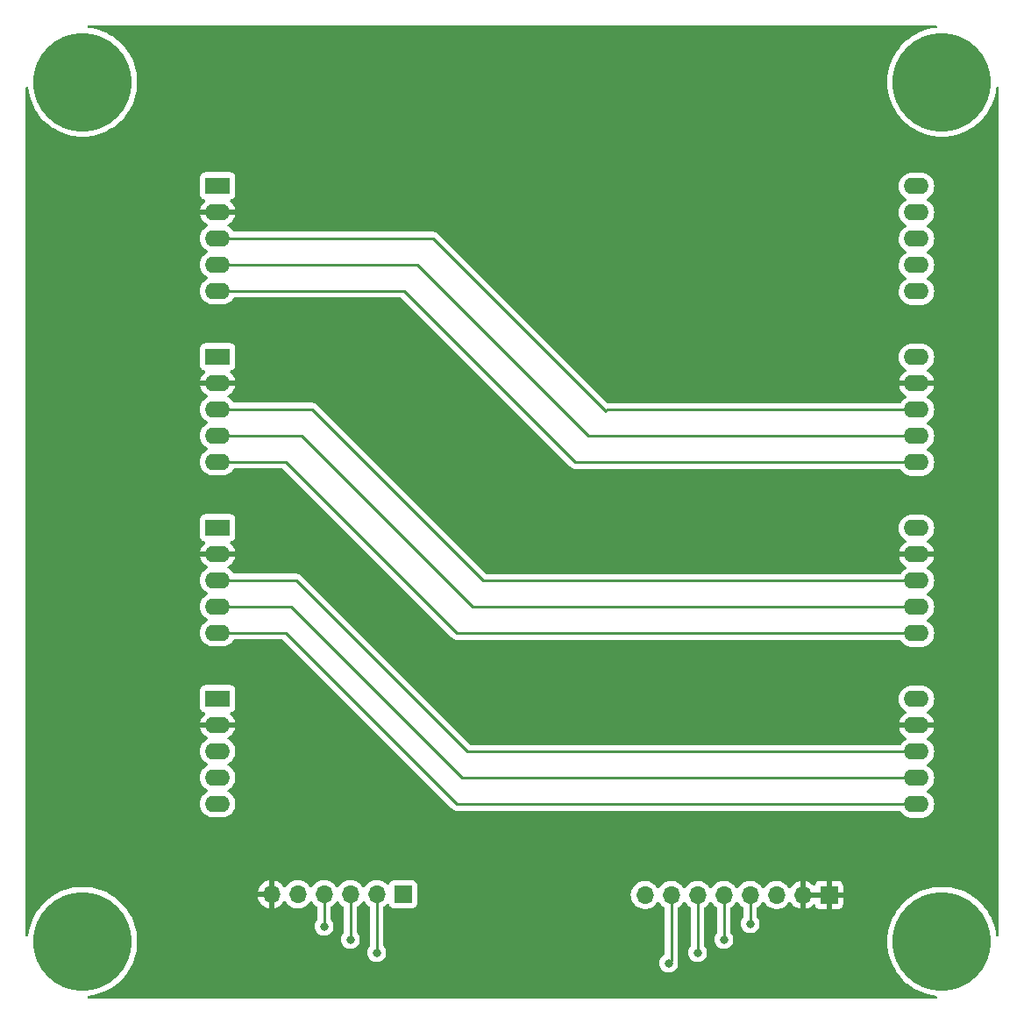
<source format=gbl>
%TF.GenerationSoftware,KiCad,Pcbnew,(6.0.1)*%
%TF.CreationDate,2022-08-01T09:45:50-04:00*%
%TF.ProjectId,MAX7219X4,4d415837-3231-4395-9834-2e6b69636164,2*%
%TF.SameCoordinates,Original*%
%TF.FileFunction,Copper,L2,Bot*%
%TF.FilePolarity,Positive*%
%FSLAX46Y46*%
G04 Gerber Fmt 4.6, Leading zero omitted, Abs format (unit mm)*
G04 Created by KiCad (PCBNEW (6.0.1)) date 2022-08-01 09:45:50*
%MOMM*%
%LPD*%
G01*
G04 APERTURE LIST*
%TA.AperFunction,ComponentPad*%
%ADD10R,1.700000X1.700000*%
%TD*%
%TA.AperFunction,ComponentPad*%
%ADD11O,1.700000X1.700000*%
%TD*%
%TA.AperFunction,ComponentPad*%
%ADD12R,2.400000X1.600000*%
%TD*%
%TA.AperFunction,ComponentPad*%
%ADD13O,2.400000X1.600000*%
%TD*%
%TA.AperFunction,ComponentPad*%
%ADD14C,9.525000*%
%TD*%
%TA.AperFunction,ViaPad*%
%ADD15C,0.800000*%
%TD*%
%TA.AperFunction,Conductor*%
%ADD16C,0.250000*%
%TD*%
G04 APERTURE END LIST*
D10*
%TO.P,J1,1,Pin_1*%
%TO.N,GND*%
X133081000Y-111506000D03*
D11*
%TO.P,J1,2,Pin_2*%
X130541000Y-111506000D03*
%TO.P,J1,3,Pin_3*%
%TO.N,/DOUT*%
X128001000Y-111506000D03*
%TO.P,J1,4,Pin_4*%
%TO.N,/CLK*%
X125461000Y-111506000D03*
%TO.P,J1,5,Pin_5*%
%TO.N,/CS*%
X122921000Y-111506000D03*
%TO.P,J1,6,Pin_6*%
%TO.N,/DIN*%
X120381000Y-111506000D03*
%TO.P,J1,7,Pin_7*%
%TO.N,Net-(J1-Pad7)*%
X117841000Y-111506000D03*
%TO.P,J1,8,Pin_8*%
%TO.N,+5V*%
X115301000Y-111506000D03*
%TD*%
D10*
%TO.P,J2,1,Pin_1*%
%TO.N,+5V*%
X91948000Y-111449000D03*
D11*
%TO.P,J2,2,Pin_2*%
%TO.N,/DIN5V*%
X89408000Y-111449000D03*
%TO.P,J2,3,Pin_3*%
%TO.N,/CS5V*%
X86868000Y-111449000D03*
%TO.P,J2,4,Pin_4*%
%TO.N,/CLK5V*%
X84328000Y-111449000D03*
%TO.P,J2,5,Pin_5*%
%TO.N,/MAXOUT*%
X81788000Y-111449000D03*
%TO.P,J2,6,Pin_6*%
%TO.N,GND*%
X79248000Y-111449000D03*
%TD*%
D12*
%TO.P,BRD4,1,VCC*%
%TO.N,+5V*%
X74045000Y-43025000D03*
D13*
%TO.P,BRD4,2,GND*%
%TO.N,GND*%
X74045000Y-45565000D03*
%TO.P,BRD4,3,DIN*%
%TO.N,Net-(BRD3-Pad8)*%
X74045000Y-48105000D03*
%TO.P,BRD4,4,CS*%
%TO.N,Net-(BRD3-Pad7)*%
X74045000Y-50645000D03*
%TO.P,BRD4,5,CLKIN*%
%TO.N,Net-(BRD3-Pad6)*%
X74045000Y-53185000D03*
%TO.P,BRD4,6,CLKOUT*%
%TO.N,unconnected-(BRD4-Pad6)*%
X141545000Y-53225000D03*
%TO.P,BRD4,7,LODA*%
%TO.N,unconnected-(BRD4-Pad7)*%
X141545000Y-50685000D03*
%TO.P,BRD4,8,DOUT*%
%TO.N,/MAXOUT*%
X141545000Y-48145000D03*
%TO.P,BRD4,9,GND*%
%TO.N,unconnected-(BRD4-Pad9)*%
X141545000Y-45605000D03*
%TO.P,BRD4,10,VCC*%
%TO.N,unconnected-(BRD4-Pad10)*%
X141545000Y-43065000D03*
%TD*%
D12*
%TO.P,BRD1,1,VCC*%
%TO.N,+5V*%
X74045000Y-92555000D03*
D13*
%TO.P,BRD1,2,GND*%
%TO.N,GND*%
X74045000Y-95095000D03*
%TO.P,BRD1,3,DIN*%
%TO.N,/DIN5V*%
X74045000Y-97635000D03*
%TO.P,BRD1,4,CS*%
%TO.N,/CS5V*%
X74045000Y-100175000D03*
%TO.P,BRD1,5,CLKIN*%
%TO.N,/CLK5V*%
X74045000Y-102715000D03*
%TO.P,BRD1,6,CLKOUT*%
%TO.N,Net-(BRD1-Pad6)*%
X141545000Y-102755000D03*
%TO.P,BRD1,7,LODA*%
%TO.N,Net-(BRD1-Pad7)*%
X141545000Y-100215000D03*
%TO.P,BRD1,8,DOUT*%
%TO.N,Net-(BRD1-Pad8)*%
X141545000Y-97675000D03*
%TO.P,BRD1,9,GND*%
%TO.N,GND*%
X141545000Y-95135000D03*
%TO.P,BRD1,10,VCC*%
%TO.N,+5V*%
X141545000Y-92595000D03*
%TD*%
D14*
%TO.P,MTG4,1*%
%TO.N,N/C*%
X144000000Y-33000000D03*
%TD*%
%TO.P,MTG1,1*%
%TO.N,N/C*%
X61000000Y-116000000D03*
%TD*%
D12*
%TO.P,BRD3,1,VCC*%
%TO.N,+5V*%
X74045000Y-59535000D03*
D13*
%TO.P,BRD3,2,GND*%
%TO.N,GND*%
X74045000Y-62075000D03*
%TO.P,BRD3,3,DIN*%
%TO.N,Net-(BRD2-Pad8)*%
X74045000Y-64615000D03*
%TO.P,BRD3,4,CS*%
%TO.N,Net-(BRD2-Pad7)*%
X74045000Y-67155000D03*
%TO.P,BRD3,5,CLKIN*%
%TO.N,Net-(BRD2-Pad6)*%
X74045000Y-69695000D03*
%TO.P,BRD3,6,CLKOUT*%
%TO.N,Net-(BRD3-Pad6)*%
X141545000Y-69735000D03*
%TO.P,BRD3,7,LODA*%
%TO.N,Net-(BRD3-Pad7)*%
X141545000Y-67195000D03*
%TO.P,BRD3,8,DOUT*%
%TO.N,Net-(BRD3-Pad8)*%
X141545000Y-64655000D03*
%TO.P,BRD3,9,GND*%
%TO.N,GND*%
X141545000Y-62115000D03*
%TO.P,BRD3,10,VCC*%
%TO.N,+5V*%
X141545000Y-59575000D03*
%TD*%
D14*
%TO.P,MTG2,1*%
%TO.N,N/C*%
X144000000Y-116000000D03*
%TD*%
D12*
%TO.P,BRD2,1,VCC*%
%TO.N,+5V*%
X74045000Y-76045000D03*
D13*
%TO.P,BRD2,2,GND*%
%TO.N,GND*%
X74045000Y-78585000D03*
%TO.P,BRD2,3,DIN*%
%TO.N,Net-(BRD1-Pad8)*%
X74045000Y-81125000D03*
%TO.P,BRD2,4,CS*%
%TO.N,Net-(BRD1-Pad7)*%
X74045000Y-83665000D03*
%TO.P,BRD2,5,CLKIN*%
%TO.N,Net-(BRD1-Pad6)*%
X74045000Y-86205000D03*
%TO.P,BRD2,6,CLKOUT*%
%TO.N,Net-(BRD2-Pad6)*%
X141545000Y-86245000D03*
%TO.P,BRD2,7,LODA*%
%TO.N,Net-(BRD2-Pad7)*%
X141545000Y-83705000D03*
%TO.P,BRD2,8,DOUT*%
%TO.N,Net-(BRD2-Pad8)*%
X141545000Y-81165000D03*
%TO.P,BRD2,9,GND*%
%TO.N,GND*%
X141545000Y-78625000D03*
%TO.P,BRD2,10,VCC*%
%TO.N,+5V*%
X141545000Y-76085000D03*
%TD*%
D14*
%TO.P,MTG3,1*%
%TO.N,N/C*%
X61000000Y-33000000D03*
%TD*%
D15*
%TO.N,/CLK5V*%
X84328000Y-114554000D03*
%TO.N,/CS5V*%
X86868000Y-115824000D03*
%TO.N,/DIN5V*%
X89408000Y-117094000D03*
%TO.N,GND*%
X107950000Y-110744000D03*
%TO.N,/CLK*%
X125476000Y-114300000D03*
%TO.N,/CS*%
X122936000Y-115824000D03*
%TO.N,/DIN*%
X120396000Y-117094000D03*
%TO.N,Net-(J1-Pad7)*%
X117602000Y-118110000D03*
%TD*%
D16*
%TO.N,/CLK5V*%
X84328000Y-114554000D02*
X84328000Y-111449000D01*
%TO.N,/CS5V*%
X86868000Y-115824000D02*
X86868000Y-111449000D01*
%TO.N,/DIN5V*%
X89408000Y-117094000D02*
X89408000Y-111449000D01*
%TO.N,/CLK*%
X125476000Y-114300000D02*
X125461000Y-114285000D01*
X125461000Y-114285000D02*
X125461000Y-111506000D01*
%TO.N,/CS*%
X122921000Y-115809000D02*
X122921000Y-111506000D01*
X122936000Y-115824000D02*
X122921000Y-115809000D01*
%TO.N,/DIN*%
X120381000Y-117079000D02*
X120396000Y-117094000D01*
X120381000Y-111506000D02*
X120381000Y-117079000D01*
%TO.N,Net-(J1-Pad7)*%
X117602000Y-118110000D02*
X117841000Y-117871000D01*
X117841000Y-117871000D02*
X117841000Y-111506000D01*
%TO.N,Net-(BRD1-Pad6)*%
X141545000Y-102755000D02*
X97167000Y-102755000D01*
X97167000Y-102755000D02*
X80617000Y-86205000D01*
X80617000Y-86205000D02*
X74045000Y-86205000D01*
%TO.N,Net-(BRD1-Pad7)*%
X81125000Y-83665000D02*
X74045000Y-83665000D01*
X141545000Y-100215000D02*
X97675000Y-100215000D01*
X97675000Y-100215000D02*
X81125000Y-83665000D01*
%TO.N,Net-(BRD1-Pad8)*%
X81633000Y-81125000D02*
X74045000Y-81125000D01*
X141545000Y-97675000D02*
X98183000Y-97675000D01*
X98183000Y-97675000D02*
X81633000Y-81125000D01*
%TO.N,Net-(BRD2-Pad6)*%
X97167000Y-86245000D02*
X141545000Y-86245000D01*
X80617000Y-69695000D02*
X97167000Y-86245000D01*
X74045000Y-69695000D02*
X80617000Y-69695000D01*
%TO.N,Net-(BRD2-Pad7)*%
X98691000Y-83705000D02*
X141545000Y-83705000D01*
X74045000Y-67155000D02*
X82141000Y-67155000D01*
X82141000Y-67155000D02*
X98691000Y-83705000D01*
%TO.N,Net-(BRD2-Pad8)*%
X83157000Y-64615000D02*
X74045000Y-64615000D01*
X141545000Y-81165000D02*
X99707000Y-81165000D01*
X99707000Y-81165000D02*
X83157000Y-64615000D01*
%TO.N,Net-(BRD3-Pad6)*%
X108597000Y-69735000D02*
X141545000Y-69735000D01*
X74045000Y-53185000D02*
X92047000Y-53185000D01*
X92047000Y-53185000D02*
X108597000Y-69735000D01*
%TO.N,Net-(BRD3-Pad7)*%
X74045000Y-50645000D02*
X93317000Y-50645000D01*
X109867000Y-67195000D02*
X141545000Y-67195000D01*
X93317000Y-50645000D02*
X109867000Y-67195000D01*
%TO.N,Net-(BRD3-Pad8)*%
X111506000Y-64770000D02*
X111621000Y-64655000D01*
X94841000Y-48105000D02*
X111506000Y-64770000D01*
X74045000Y-48105000D02*
X94841000Y-48105000D01*
X111621000Y-64655000D02*
X141545000Y-64655000D01*
%TD*%
%TA.AperFunction,Conductor*%
%TO.N,GND*%
G36*
X143478913Y-27528002D02*
G01*
X143525406Y-27581658D01*
X143535510Y-27651932D01*
X143506016Y-27716512D01*
X143446290Y-27754896D01*
X143427238Y-27758922D01*
X143086553Y-27803774D01*
X143086548Y-27803775D01*
X143083828Y-27804133D01*
X142634465Y-27903754D01*
X142631840Y-27904582D01*
X142631835Y-27904583D01*
X142198122Y-28041332D01*
X142198114Y-28041335D01*
X142195494Y-28042161D01*
X141770257Y-28218300D01*
X141361989Y-28430831D01*
X140973798Y-28678136D01*
X140734853Y-28861485D01*
X140610806Y-28956669D01*
X140610800Y-28956674D01*
X140608638Y-28958333D01*
X140269289Y-29269289D01*
X139958333Y-29608638D01*
X139956674Y-29610800D01*
X139956669Y-29610806D01*
X139861485Y-29734853D01*
X139678136Y-29973798D01*
X139430831Y-30361989D01*
X139218300Y-30770257D01*
X139042161Y-31195494D01*
X138903754Y-31634465D01*
X138804133Y-32083828D01*
X138744055Y-32540164D01*
X138723978Y-33000000D01*
X138724098Y-33002748D01*
X138725842Y-33042681D01*
X138744055Y-33459836D01*
X138804133Y-33916172D01*
X138903754Y-34365535D01*
X139042161Y-34804506D01*
X139218300Y-35229743D01*
X139430831Y-35638011D01*
X139678136Y-36026202D01*
X139958333Y-36391362D01*
X140269289Y-36730711D01*
X140608638Y-37041667D01*
X140610800Y-37043326D01*
X140610806Y-37043331D01*
X140734853Y-37138515D01*
X140973798Y-37321864D01*
X141361989Y-37569169D01*
X141770257Y-37781700D01*
X142195494Y-37957839D01*
X142198114Y-37958665D01*
X142198122Y-37958668D01*
X142631835Y-38095417D01*
X142631840Y-38095418D01*
X142634465Y-38096246D01*
X143083828Y-38195867D01*
X143086548Y-38196225D01*
X143086553Y-38196226D01*
X143257423Y-38218721D01*
X143540164Y-38255945D01*
X143542913Y-38256065D01*
X143542924Y-38256066D01*
X143997252Y-38275902D01*
X144000000Y-38276022D01*
X144002748Y-38275902D01*
X144457076Y-38256066D01*
X144457087Y-38256065D01*
X144459836Y-38255945D01*
X144742577Y-38218721D01*
X144913447Y-38196226D01*
X144913452Y-38196225D01*
X144916172Y-38195867D01*
X145365535Y-38096246D01*
X145368160Y-38095418D01*
X145368165Y-38095417D01*
X145801878Y-37958668D01*
X145801886Y-37958665D01*
X145804506Y-37957839D01*
X146229743Y-37781700D01*
X146638011Y-37569169D01*
X147026202Y-37321864D01*
X147265147Y-37138515D01*
X147389194Y-37043331D01*
X147389200Y-37043326D01*
X147391362Y-37041667D01*
X147730711Y-36730711D01*
X148041667Y-36391362D01*
X148321864Y-36026202D01*
X148569169Y-35638011D01*
X148781700Y-35229743D01*
X148957839Y-34804506D01*
X149096246Y-34365535D01*
X149195867Y-33916172D01*
X149241078Y-33572762D01*
X149269800Y-33507834D01*
X149329066Y-33468743D01*
X149400057Y-33467898D01*
X149460236Y-33505568D01*
X149490495Y-33569794D01*
X149492000Y-33589208D01*
X149492000Y-115410792D01*
X149471998Y-115478913D01*
X149418342Y-115525406D01*
X149348068Y-115535510D01*
X149283488Y-115506016D01*
X149245104Y-115446290D01*
X149241078Y-115427238D01*
X149196226Y-115086553D01*
X149196225Y-115086548D01*
X149195867Y-115083828D01*
X149096246Y-114634465D01*
X149095417Y-114631835D01*
X148958668Y-114198122D01*
X148958665Y-114198114D01*
X148957839Y-114195494D01*
X148781700Y-113770257D01*
X148569169Y-113361989D01*
X148321864Y-112973798D01*
X148096217Y-112679729D01*
X148043331Y-112610806D01*
X148043326Y-112610800D01*
X148041667Y-112608638D01*
X147730711Y-112269289D01*
X147391362Y-111958333D01*
X147389200Y-111956674D01*
X147389194Y-111956669D01*
X147252064Y-111851446D01*
X147026202Y-111678136D01*
X146638011Y-111430831D01*
X146229743Y-111218300D01*
X145804506Y-111042161D01*
X145801886Y-111041335D01*
X145801878Y-111041332D01*
X145368165Y-110904583D01*
X145368160Y-110904582D01*
X145365535Y-110903754D01*
X144916172Y-110804133D01*
X144913452Y-110803775D01*
X144913447Y-110803774D01*
X144737596Y-110780623D01*
X144459836Y-110744055D01*
X144457087Y-110743935D01*
X144457076Y-110743934D01*
X144002748Y-110724098D01*
X144000000Y-110723978D01*
X143997252Y-110724098D01*
X143542924Y-110743934D01*
X143542913Y-110743935D01*
X143540164Y-110744055D01*
X143262404Y-110780623D01*
X143086553Y-110803774D01*
X143086548Y-110803775D01*
X143083828Y-110804133D01*
X142634465Y-110903754D01*
X142631840Y-110904582D01*
X142631835Y-110904583D01*
X142198122Y-111041332D01*
X142198114Y-111041335D01*
X142195494Y-111042161D01*
X141770257Y-111218300D01*
X141361989Y-111430831D01*
X140973798Y-111678136D01*
X140747936Y-111851446D01*
X140610806Y-111956669D01*
X140610800Y-111956674D01*
X140608638Y-111958333D01*
X140269289Y-112269289D01*
X139958333Y-112608638D01*
X139956674Y-112610800D01*
X139956669Y-112610806D01*
X139903783Y-112679729D01*
X139678136Y-112973798D01*
X139430831Y-113361989D01*
X139218300Y-113770257D01*
X139042161Y-114195494D01*
X139041335Y-114198114D01*
X139041332Y-114198122D01*
X138904583Y-114631835D01*
X138903754Y-114634465D01*
X138804133Y-115083828D01*
X138803775Y-115086548D01*
X138803774Y-115086553D01*
X138785884Y-115222445D01*
X138744055Y-115540164D01*
X138743935Y-115542913D01*
X138743934Y-115542924D01*
X138725706Y-115960423D01*
X138723978Y-116000000D01*
X138724098Y-116002748D01*
X138742455Y-116423183D01*
X138744055Y-116459836D01*
X138804133Y-116916172D01*
X138903754Y-117365535D01*
X138904582Y-117368160D01*
X138904583Y-117368165D01*
X139030637Y-117767955D01*
X139042161Y-117804506D01*
X139218300Y-118229743D01*
X139430831Y-118638011D01*
X139678136Y-119026202D01*
X139854679Y-119256277D01*
X139944440Y-119373256D01*
X139958333Y-119391362D01*
X140269289Y-119730711D01*
X140608638Y-120041667D01*
X140610800Y-120043326D01*
X140610806Y-120043331D01*
X140633196Y-120060511D01*
X140973798Y-120321864D01*
X141361989Y-120569169D01*
X141770257Y-120781700D01*
X142195494Y-120957839D01*
X142198114Y-120958665D01*
X142198122Y-120958668D01*
X142631835Y-121095417D01*
X142631840Y-121095418D01*
X142634465Y-121096246D01*
X143083828Y-121195867D01*
X143086548Y-121196225D01*
X143086553Y-121196226D01*
X143427238Y-121241078D01*
X143492166Y-121269800D01*
X143531257Y-121329066D01*
X143532102Y-121400057D01*
X143494432Y-121460236D01*
X143430206Y-121490495D01*
X143410792Y-121492000D01*
X61589208Y-121492000D01*
X61521087Y-121471998D01*
X61474594Y-121418342D01*
X61464490Y-121348068D01*
X61493984Y-121283488D01*
X61553710Y-121245104D01*
X61572762Y-121241078D01*
X61913447Y-121196226D01*
X61913452Y-121196225D01*
X61916172Y-121195867D01*
X62365535Y-121096246D01*
X62368160Y-121095418D01*
X62368165Y-121095417D01*
X62801878Y-120958668D01*
X62801886Y-120958665D01*
X62804506Y-120957839D01*
X63229743Y-120781700D01*
X63638011Y-120569169D01*
X64026202Y-120321864D01*
X64366804Y-120060511D01*
X64389194Y-120043331D01*
X64389200Y-120043326D01*
X64391362Y-120041667D01*
X64730711Y-119730711D01*
X65041667Y-119391362D01*
X65055561Y-119373256D01*
X65145321Y-119256277D01*
X65321864Y-119026202D01*
X65569169Y-118638011D01*
X65781700Y-118229743D01*
X65957839Y-117804506D01*
X65969364Y-117767955D01*
X66095417Y-117368165D01*
X66095418Y-117368160D01*
X66096246Y-117365535D01*
X66195867Y-116916172D01*
X66255945Y-116459836D01*
X66257546Y-116423183D01*
X66275902Y-116002748D01*
X66276022Y-116000000D01*
X66274294Y-115960423D01*
X66256066Y-115542924D01*
X66256065Y-115542913D01*
X66255945Y-115540164D01*
X66214116Y-115222445D01*
X66196226Y-115086553D01*
X66196225Y-115086548D01*
X66195867Y-115083828D01*
X66096246Y-114634465D01*
X66095417Y-114631835D01*
X65958668Y-114198122D01*
X65958665Y-114198114D01*
X65957839Y-114195494D01*
X65781700Y-113770257D01*
X65569169Y-113361989D01*
X65321864Y-112973798D01*
X65096217Y-112679729D01*
X65043331Y-112610806D01*
X65043326Y-112610800D01*
X65041667Y-112608638D01*
X64730711Y-112269289D01*
X64391362Y-111958333D01*
X64389200Y-111956674D01*
X64389194Y-111956669D01*
X64252064Y-111851446D01*
X64076806Y-111716966D01*
X77916257Y-111716966D01*
X77946565Y-111851446D01*
X77949645Y-111861275D01*
X78029770Y-112058603D01*
X78034413Y-112067794D01*
X78145694Y-112249388D01*
X78151777Y-112257699D01*
X78291213Y-112418667D01*
X78298580Y-112425883D01*
X78462434Y-112561916D01*
X78470881Y-112567831D01*
X78654756Y-112675279D01*
X78664042Y-112679729D01*
X78863001Y-112755703D01*
X78872899Y-112758579D01*
X78976250Y-112779606D01*
X78990299Y-112778410D01*
X78994000Y-112768065D01*
X78994000Y-112767517D01*
X79502000Y-112767517D01*
X79506064Y-112781359D01*
X79519478Y-112783393D01*
X79526184Y-112782534D01*
X79536262Y-112780392D01*
X79740255Y-112719191D01*
X79749842Y-112715433D01*
X79941095Y-112621739D01*
X79949945Y-112616464D01*
X80123328Y-112492792D01*
X80131200Y-112486139D01*
X80282052Y-112335812D01*
X80288730Y-112327965D01*
X80416022Y-112150819D01*
X80417279Y-112151722D01*
X80464373Y-112108362D01*
X80534311Y-112096145D01*
X80599751Y-112123678D01*
X80627579Y-112155511D01*
X80687987Y-112254088D01*
X80834250Y-112422938D01*
X81006126Y-112565632D01*
X81199000Y-112678338D01*
X81407692Y-112758030D01*
X81412760Y-112759061D01*
X81412763Y-112759062D01*
X81507862Y-112778410D01*
X81626597Y-112802567D01*
X81631772Y-112802757D01*
X81631774Y-112802757D01*
X81844673Y-112810564D01*
X81844677Y-112810564D01*
X81849837Y-112810753D01*
X81854957Y-112810097D01*
X81854959Y-112810097D01*
X82066288Y-112783025D01*
X82066289Y-112783025D01*
X82071416Y-112782368D01*
X82076366Y-112780883D01*
X82280429Y-112719661D01*
X82280434Y-112719659D01*
X82285384Y-112718174D01*
X82485994Y-112619896D01*
X82667860Y-112490173D01*
X82674818Y-112483240D01*
X82773108Y-112385292D01*
X82826096Y-112332489D01*
X82844852Y-112306388D01*
X82956453Y-112151077D01*
X82957776Y-112152028D01*
X83004645Y-112108857D01*
X83074580Y-112096625D01*
X83140026Y-112124144D01*
X83167875Y-112155994D01*
X83227987Y-112254088D01*
X83374250Y-112422938D01*
X83546126Y-112565632D01*
X83594765Y-112594054D01*
X83632070Y-112615853D01*
X83680794Y-112667491D01*
X83694500Y-112724641D01*
X83694500Y-113851476D01*
X83674498Y-113919597D01*
X83662142Y-113935779D01*
X83588960Y-114017056D01*
X83493473Y-114182444D01*
X83434458Y-114364072D01*
X83414496Y-114554000D01*
X83434458Y-114743928D01*
X83493473Y-114925556D01*
X83588960Y-115090944D01*
X83716747Y-115232866D01*
X83871248Y-115345118D01*
X83877276Y-115347802D01*
X83877278Y-115347803D01*
X84018755Y-115410792D01*
X84045712Y-115422794D01*
X84139112Y-115442647D01*
X84226056Y-115461128D01*
X84226061Y-115461128D01*
X84232513Y-115462500D01*
X84423487Y-115462500D01*
X84429939Y-115461128D01*
X84429944Y-115461128D01*
X84516888Y-115442647D01*
X84610288Y-115422794D01*
X84637245Y-115410792D01*
X84778722Y-115347803D01*
X84778724Y-115347802D01*
X84784752Y-115345118D01*
X84939253Y-115232866D01*
X85067040Y-115090944D01*
X85162527Y-114925556D01*
X85221542Y-114743928D01*
X85241504Y-114554000D01*
X85221542Y-114364072D01*
X85162527Y-114182444D01*
X85067040Y-114017056D01*
X84993863Y-113935785D01*
X84963147Y-113871779D01*
X84961500Y-113851476D01*
X84961500Y-112729427D01*
X84981502Y-112661306D01*
X85022618Y-112621550D01*
X85025994Y-112619896D01*
X85207860Y-112490173D01*
X85214818Y-112483240D01*
X85313108Y-112385292D01*
X85366096Y-112332489D01*
X85384852Y-112306388D01*
X85496453Y-112151077D01*
X85497776Y-112152028D01*
X85544645Y-112108857D01*
X85614580Y-112096625D01*
X85680026Y-112124144D01*
X85707875Y-112155994D01*
X85767987Y-112254088D01*
X85914250Y-112422938D01*
X86086126Y-112565632D01*
X86134765Y-112594054D01*
X86172070Y-112615853D01*
X86220794Y-112667491D01*
X86234500Y-112724641D01*
X86234500Y-115121476D01*
X86214498Y-115189597D01*
X86202142Y-115205779D01*
X86128960Y-115287056D01*
X86033473Y-115452444D01*
X85974458Y-115634072D01*
X85954496Y-115824000D01*
X85974458Y-116013928D01*
X86033473Y-116195556D01*
X86128960Y-116360944D01*
X86133378Y-116365851D01*
X86133379Y-116365852D01*
X86217364Y-116459127D01*
X86256747Y-116502866D01*
X86411248Y-116615118D01*
X86417276Y-116617802D01*
X86417278Y-116617803D01*
X86579681Y-116690109D01*
X86585712Y-116692794D01*
X86679113Y-116712647D01*
X86766056Y-116731128D01*
X86766061Y-116731128D01*
X86772513Y-116732500D01*
X86963487Y-116732500D01*
X86969939Y-116731128D01*
X86969944Y-116731128D01*
X87056887Y-116712647D01*
X87150288Y-116692794D01*
X87156319Y-116690109D01*
X87318722Y-116617803D01*
X87318724Y-116617802D01*
X87324752Y-116615118D01*
X87479253Y-116502866D01*
X87518636Y-116459127D01*
X87602621Y-116365852D01*
X87602622Y-116365851D01*
X87607040Y-116360944D01*
X87702527Y-116195556D01*
X87761542Y-116013928D01*
X87781504Y-115824000D01*
X87761542Y-115634072D01*
X87702527Y-115452444D01*
X87607040Y-115287056D01*
X87533863Y-115205785D01*
X87503147Y-115141779D01*
X87501500Y-115121476D01*
X87501500Y-112729427D01*
X87521502Y-112661306D01*
X87562618Y-112621550D01*
X87565994Y-112619896D01*
X87747860Y-112490173D01*
X87754818Y-112483240D01*
X87853108Y-112385292D01*
X87906096Y-112332489D01*
X87924852Y-112306388D01*
X88036453Y-112151077D01*
X88037776Y-112152028D01*
X88084645Y-112108857D01*
X88154580Y-112096625D01*
X88220026Y-112124144D01*
X88247875Y-112155994D01*
X88307987Y-112254088D01*
X88454250Y-112422938D01*
X88626126Y-112565632D01*
X88674765Y-112594054D01*
X88712070Y-112615853D01*
X88760794Y-112667491D01*
X88774500Y-112724641D01*
X88774500Y-116391476D01*
X88754498Y-116459597D01*
X88742142Y-116475779D01*
X88668960Y-116557056D01*
X88573473Y-116722444D01*
X88514458Y-116904072D01*
X88513768Y-116910633D01*
X88513768Y-116910635D01*
X88513186Y-116916172D01*
X88494496Y-117094000D01*
X88514458Y-117283928D01*
X88573473Y-117465556D01*
X88668960Y-117630944D01*
X88796747Y-117772866D01*
X88840296Y-117804506D01*
X88918236Y-117861133D01*
X88951248Y-117885118D01*
X88957276Y-117887802D01*
X88957278Y-117887803D01*
X89119681Y-117960109D01*
X89125712Y-117962794D01*
X89219112Y-117982647D01*
X89306056Y-118001128D01*
X89306061Y-118001128D01*
X89312513Y-118002500D01*
X89503487Y-118002500D01*
X89509939Y-118001128D01*
X89509944Y-118001128D01*
X89596888Y-117982647D01*
X89690288Y-117962794D01*
X89696319Y-117960109D01*
X89858722Y-117887803D01*
X89858724Y-117887802D01*
X89864752Y-117885118D01*
X89897765Y-117861133D01*
X89975704Y-117804506D01*
X90019253Y-117772866D01*
X90147040Y-117630944D01*
X90242527Y-117465556D01*
X90301542Y-117283928D01*
X90321504Y-117094000D01*
X90302814Y-116916172D01*
X90302232Y-116910635D01*
X90302232Y-116910633D01*
X90301542Y-116904072D01*
X90242527Y-116722444D01*
X90147040Y-116557056D01*
X90073863Y-116475785D01*
X90043147Y-116411779D01*
X90041500Y-116391476D01*
X90041500Y-112729427D01*
X90061502Y-112661306D01*
X90102618Y-112621550D01*
X90105994Y-112619896D01*
X90287860Y-112490173D01*
X90396091Y-112382319D01*
X90458462Y-112348404D01*
X90529268Y-112353592D01*
X90586030Y-112396238D01*
X90603012Y-112427341D01*
X90647385Y-112545705D01*
X90734739Y-112662261D01*
X90851295Y-112749615D01*
X90987684Y-112800745D01*
X91049866Y-112807500D01*
X92846134Y-112807500D01*
X92908316Y-112800745D01*
X93044705Y-112749615D01*
X93161261Y-112662261D01*
X93248615Y-112545705D01*
X93299745Y-112409316D01*
X93306500Y-112347134D01*
X93306500Y-111472695D01*
X113938251Y-111472695D01*
X113951110Y-111695715D01*
X113952247Y-111700761D01*
X113952248Y-111700767D01*
X113966606Y-111764475D01*
X114000222Y-111913639D01*
X114084266Y-112120616D01*
X114135942Y-112204944D01*
X114198291Y-112306688D01*
X114200987Y-112311088D01*
X114347250Y-112479938D01*
X114519126Y-112622632D01*
X114712000Y-112735338D01*
X114716825Y-112737180D01*
X114716826Y-112737181D01*
X114757642Y-112752767D01*
X114920692Y-112815030D01*
X114925760Y-112816061D01*
X114925763Y-112816062D01*
X115020862Y-112835410D01*
X115139597Y-112859567D01*
X115144772Y-112859757D01*
X115144774Y-112859757D01*
X115357673Y-112867564D01*
X115357677Y-112867564D01*
X115362837Y-112867753D01*
X115367957Y-112867097D01*
X115367959Y-112867097D01*
X115579288Y-112840025D01*
X115579289Y-112840025D01*
X115584416Y-112839368D01*
X115589366Y-112837883D01*
X115793429Y-112776661D01*
X115793434Y-112776659D01*
X115798384Y-112775174D01*
X115998994Y-112676896D01*
X116180860Y-112547173D01*
X116339096Y-112389489D01*
X116344248Y-112382320D01*
X116469453Y-112208077D01*
X116470776Y-112209028D01*
X116517645Y-112165857D01*
X116587580Y-112153625D01*
X116653026Y-112181144D01*
X116680875Y-112212994D01*
X116740987Y-112311088D01*
X116887250Y-112479938D01*
X117059126Y-112622632D01*
X117126944Y-112662261D01*
X117145070Y-112672853D01*
X117193794Y-112724491D01*
X117207500Y-112781641D01*
X117207500Y-117210992D01*
X117187498Y-117279113D01*
X117146261Y-117318431D01*
X117145248Y-117318882D01*
X116990747Y-117431134D01*
X116862960Y-117573056D01*
X116767473Y-117738444D01*
X116708458Y-117920072D01*
X116707768Y-117926633D01*
X116707768Y-117926635D01*
X116689186Y-118103435D01*
X116688496Y-118110000D01*
X116689186Y-118116565D01*
X116698598Y-118206111D01*
X116708458Y-118299928D01*
X116767473Y-118481556D01*
X116862960Y-118646944D01*
X116990747Y-118788866D01*
X117145248Y-118901118D01*
X117151276Y-118903802D01*
X117151278Y-118903803D01*
X117313681Y-118976109D01*
X117319712Y-118978794D01*
X117413112Y-118998647D01*
X117500056Y-119017128D01*
X117500061Y-119017128D01*
X117506513Y-119018500D01*
X117697487Y-119018500D01*
X117703939Y-119017128D01*
X117703944Y-119017128D01*
X117790888Y-118998647D01*
X117884288Y-118978794D01*
X117890319Y-118976109D01*
X118052722Y-118903803D01*
X118052724Y-118903802D01*
X118058752Y-118901118D01*
X118213253Y-118788866D01*
X118341040Y-118646944D01*
X118436527Y-118481556D01*
X118495542Y-118299928D01*
X118505403Y-118206111D01*
X118514814Y-118116565D01*
X118515504Y-118110000D01*
X118514814Y-118103435D01*
X118496233Y-117926642D01*
X118496232Y-117926635D01*
X118495542Y-117920072D01*
X118480690Y-117874363D01*
X118475088Y-117847347D01*
X118475065Y-117847105D01*
X118474500Y-117835184D01*
X118474500Y-112786427D01*
X118494502Y-112718306D01*
X118535618Y-112678550D01*
X118538994Y-112676896D01*
X118720860Y-112547173D01*
X118879096Y-112389489D01*
X118884248Y-112382320D01*
X119009453Y-112208077D01*
X119010776Y-112209028D01*
X119057645Y-112165857D01*
X119127580Y-112153625D01*
X119193026Y-112181144D01*
X119220875Y-112212994D01*
X119280987Y-112311088D01*
X119427250Y-112479938D01*
X119599126Y-112622632D01*
X119666944Y-112662261D01*
X119685070Y-112672853D01*
X119733794Y-112724491D01*
X119747500Y-112781641D01*
X119747500Y-116408135D01*
X119727498Y-116476256D01*
X119715136Y-116492444D01*
X119656960Y-116557056D01*
X119561473Y-116722444D01*
X119502458Y-116904072D01*
X119501768Y-116910633D01*
X119501768Y-116910635D01*
X119501186Y-116916172D01*
X119482496Y-117094000D01*
X119502458Y-117283928D01*
X119561473Y-117465556D01*
X119656960Y-117630944D01*
X119784747Y-117772866D01*
X119828296Y-117804506D01*
X119906236Y-117861133D01*
X119939248Y-117885118D01*
X119945276Y-117887802D01*
X119945278Y-117887803D01*
X120107681Y-117960109D01*
X120113712Y-117962794D01*
X120207112Y-117982647D01*
X120294056Y-118001128D01*
X120294061Y-118001128D01*
X120300513Y-118002500D01*
X120491487Y-118002500D01*
X120497939Y-118001128D01*
X120497944Y-118001128D01*
X120584888Y-117982647D01*
X120678288Y-117962794D01*
X120684319Y-117960109D01*
X120846722Y-117887803D01*
X120846724Y-117887802D01*
X120852752Y-117885118D01*
X120885765Y-117861133D01*
X120963704Y-117804506D01*
X121007253Y-117772866D01*
X121135040Y-117630944D01*
X121230527Y-117465556D01*
X121289542Y-117283928D01*
X121309504Y-117094000D01*
X121290814Y-116916172D01*
X121290232Y-116910635D01*
X121290232Y-116910633D01*
X121289542Y-116904072D01*
X121230527Y-116722444D01*
X121166322Y-116611237D01*
X121138343Y-116562777D01*
X121138341Y-116562774D01*
X121135040Y-116557056D01*
X121046864Y-116459127D01*
X121016147Y-116395119D01*
X121014500Y-116374816D01*
X121014500Y-112786427D01*
X121034502Y-112718306D01*
X121075618Y-112678550D01*
X121078994Y-112676896D01*
X121260860Y-112547173D01*
X121419096Y-112389489D01*
X121424248Y-112382320D01*
X121549453Y-112208077D01*
X121550776Y-112209028D01*
X121597645Y-112165857D01*
X121667580Y-112153625D01*
X121733026Y-112181144D01*
X121760875Y-112212994D01*
X121820987Y-112311088D01*
X121967250Y-112479938D01*
X122139126Y-112622632D01*
X122206944Y-112662261D01*
X122225070Y-112672853D01*
X122273794Y-112724491D01*
X122287500Y-112781641D01*
X122287500Y-115138135D01*
X122267498Y-115206256D01*
X122255136Y-115222444D01*
X122196960Y-115287056D01*
X122101473Y-115452444D01*
X122042458Y-115634072D01*
X122022496Y-115824000D01*
X122042458Y-116013928D01*
X122101473Y-116195556D01*
X122196960Y-116360944D01*
X122201378Y-116365851D01*
X122201379Y-116365852D01*
X122285364Y-116459127D01*
X122324747Y-116502866D01*
X122479248Y-116615118D01*
X122485276Y-116617802D01*
X122485278Y-116617803D01*
X122647681Y-116690109D01*
X122653712Y-116692794D01*
X122747113Y-116712647D01*
X122834056Y-116731128D01*
X122834061Y-116731128D01*
X122840513Y-116732500D01*
X123031487Y-116732500D01*
X123037939Y-116731128D01*
X123037944Y-116731128D01*
X123124887Y-116712647D01*
X123218288Y-116692794D01*
X123224319Y-116690109D01*
X123386722Y-116617803D01*
X123386724Y-116617802D01*
X123392752Y-116615118D01*
X123547253Y-116502866D01*
X123586636Y-116459127D01*
X123670621Y-116365852D01*
X123670622Y-116365851D01*
X123675040Y-116360944D01*
X123770527Y-116195556D01*
X123829542Y-116013928D01*
X123849504Y-115824000D01*
X123829542Y-115634072D01*
X123770527Y-115452444D01*
X123706322Y-115341237D01*
X123678343Y-115292777D01*
X123678341Y-115292774D01*
X123675040Y-115287056D01*
X123586864Y-115189127D01*
X123556147Y-115125119D01*
X123554500Y-115104816D01*
X123554500Y-112786427D01*
X123574502Y-112718306D01*
X123615618Y-112678550D01*
X123618994Y-112676896D01*
X123800860Y-112547173D01*
X123959096Y-112389489D01*
X123964248Y-112382320D01*
X124089453Y-112208077D01*
X124090776Y-112209028D01*
X124137645Y-112165857D01*
X124207580Y-112153625D01*
X124273026Y-112181144D01*
X124300875Y-112212994D01*
X124360987Y-112311088D01*
X124507250Y-112479938D01*
X124679126Y-112622632D01*
X124746944Y-112662261D01*
X124765070Y-112672853D01*
X124813794Y-112724491D01*
X124827500Y-112781641D01*
X124827500Y-113614135D01*
X124807498Y-113682256D01*
X124795136Y-113698444D01*
X124736960Y-113763056D01*
X124641473Y-113928444D01*
X124582458Y-114110072D01*
X124562496Y-114300000D01*
X124582458Y-114489928D01*
X124641473Y-114671556D01*
X124736960Y-114836944D01*
X124741378Y-114841851D01*
X124741379Y-114841852D01*
X124860325Y-114973955D01*
X124864747Y-114978866D01*
X125019248Y-115091118D01*
X125025276Y-115093802D01*
X125025278Y-115093803D01*
X125124850Y-115138135D01*
X125193712Y-115168794D01*
X125287112Y-115188647D01*
X125374056Y-115207128D01*
X125374061Y-115207128D01*
X125380513Y-115208500D01*
X125571487Y-115208500D01*
X125577939Y-115207128D01*
X125577944Y-115207128D01*
X125664888Y-115188647D01*
X125758288Y-115168794D01*
X125827150Y-115138135D01*
X125926722Y-115093803D01*
X125926724Y-115093802D01*
X125932752Y-115091118D01*
X126087253Y-114978866D01*
X126091675Y-114973955D01*
X126210621Y-114841852D01*
X126210622Y-114841851D01*
X126215040Y-114836944D01*
X126310527Y-114671556D01*
X126369542Y-114489928D01*
X126389504Y-114300000D01*
X126369542Y-114110072D01*
X126310527Y-113928444D01*
X126215040Y-113763056D01*
X126126864Y-113665127D01*
X126096147Y-113601119D01*
X126094500Y-113580816D01*
X126094500Y-112786427D01*
X126114502Y-112718306D01*
X126155618Y-112678550D01*
X126158994Y-112676896D01*
X126340860Y-112547173D01*
X126499096Y-112389489D01*
X126504248Y-112382320D01*
X126629453Y-112208077D01*
X126630776Y-112209028D01*
X126677645Y-112165857D01*
X126747580Y-112153625D01*
X126813026Y-112181144D01*
X126840875Y-112212994D01*
X126900987Y-112311088D01*
X127047250Y-112479938D01*
X127219126Y-112622632D01*
X127412000Y-112735338D01*
X127416825Y-112737180D01*
X127416826Y-112737181D01*
X127457642Y-112752767D01*
X127620692Y-112815030D01*
X127625760Y-112816061D01*
X127625763Y-112816062D01*
X127720862Y-112835410D01*
X127839597Y-112859567D01*
X127844772Y-112859757D01*
X127844774Y-112859757D01*
X128057673Y-112867564D01*
X128057677Y-112867564D01*
X128062837Y-112867753D01*
X128067957Y-112867097D01*
X128067959Y-112867097D01*
X128279288Y-112840025D01*
X128279289Y-112840025D01*
X128284416Y-112839368D01*
X128289366Y-112837883D01*
X128493429Y-112776661D01*
X128493434Y-112776659D01*
X128498384Y-112775174D01*
X128698994Y-112676896D01*
X128880860Y-112547173D01*
X129039096Y-112389489D01*
X129044248Y-112382320D01*
X129169453Y-112208077D01*
X129170640Y-112208930D01*
X129217960Y-112165362D01*
X129287897Y-112153145D01*
X129353338Y-112180678D01*
X129381166Y-112212511D01*
X129438694Y-112306388D01*
X129444777Y-112314699D01*
X129584213Y-112475667D01*
X129591580Y-112482883D01*
X129755434Y-112618916D01*
X129763881Y-112624831D01*
X129947756Y-112732279D01*
X129957042Y-112736729D01*
X130156001Y-112812703D01*
X130165899Y-112815579D01*
X130269250Y-112836606D01*
X130283299Y-112835410D01*
X130287000Y-112825065D01*
X130287000Y-112824517D01*
X130795000Y-112824517D01*
X130799064Y-112838359D01*
X130812478Y-112840393D01*
X130819184Y-112839534D01*
X130829262Y-112837392D01*
X131033255Y-112776191D01*
X131042842Y-112772433D01*
X131234095Y-112678739D01*
X131242945Y-112673464D01*
X131416328Y-112549792D01*
X131424200Y-112543139D01*
X131529286Y-112438418D01*
X131591657Y-112404501D01*
X131662464Y-112409689D01*
X131719226Y-112452335D01*
X131736208Y-112483439D01*
X131777675Y-112594052D01*
X131786214Y-112609649D01*
X131862715Y-112711724D01*
X131875276Y-112724285D01*
X131977351Y-112800786D01*
X131992946Y-112809324D01*
X132113394Y-112854478D01*
X132128649Y-112858105D01*
X132179514Y-112863631D01*
X132186328Y-112864000D01*
X132808885Y-112864000D01*
X132824124Y-112859525D01*
X132825329Y-112858135D01*
X132827000Y-112850452D01*
X132827000Y-112845884D01*
X133335000Y-112845884D01*
X133339475Y-112861123D01*
X133340865Y-112862328D01*
X133348548Y-112863999D01*
X133975669Y-112863999D01*
X133982490Y-112863629D01*
X134033352Y-112858105D01*
X134048604Y-112854479D01*
X134169054Y-112809324D01*
X134184649Y-112800786D01*
X134286724Y-112724285D01*
X134299285Y-112711724D01*
X134375786Y-112609649D01*
X134384324Y-112594054D01*
X134429478Y-112473606D01*
X134433105Y-112458351D01*
X134438631Y-112407486D01*
X134439000Y-112400672D01*
X134439000Y-111778115D01*
X134434525Y-111762876D01*
X134433135Y-111761671D01*
X134425452Y-111760000D01*
X133353115Y-111760000D01*
X133337876Y-111764475D01*
X133336671Y-111765865D01*
X133335000Y-111773548D01*
X133335000Y-112845884D01*
X132827000Y-112845884D01*
X132827000Y-111778115D01*
X132822525Y-111762876D01*
X132821135Y-111761671D01*
X132813452Y-111760000D01*
X130813115Y-111760000D01*
X130797876Y-111764475D01*
X130796671Y-111765865D01*
X130795000Y-111773548D01*
X130795000Y-112824517D01*
X130287000Y-112824517D01*
X130287000Y-111233885D01*
X130795000Y-111233885D01*
X130799475Y-111249124D01*
X130800865Y-111250329D01*
X130808548Y-111252000D01*
X132808885Y-111252000D01*
X132824124Y-111247525D01*
X132825329Y-111246135D01*
X132827000Y-111238452D01*
X132827000Y-111233885D01*
X133335000Y-111233885D01*
X133339475Y-111249124D01*
X133340865Y-111250329D01*
X133348548Y-111252000D01*
X134420884Y-111252000D01*
X134436123Y-111247525D01*
X134437328Y-111246135D01*
X134438999Y-111238452D01*
X134438999Y-110611331D01*
X134438629Y-110604510D01*
X134433105Y-110553648D01*
X134429479Y-110538396D01*
X134384324Y-110417946D01*
X134375786Y-110402351D01*
X134299285Y-110300276D01*
X134286724Y-110287715D01*
X134184649Y-110211214D01*
X134169054Y-110202676D01*
X134048606Y-110157522D01*
X134033351Y-110153895D01*
X133982486Y-110148369D01*
X133975672Y-110148000D01*
X133353115Y-110148000D01*
X133337876Y-110152475D01*
X133336671Y-110153865D01*
X133335000Y-110161548D01*
X133335000Y-111233885D01*
X132827000Y-111233885D01*
X132827000Y-110166116D01*
X132822525Y-110150877D01*
X132821135Y-110149672D01*
X132813452Y-110148001D01*
X132186331Y-110148001D01*
X132179510Y-110148371D01*
X132128648Y-110153895D01*
X132113396Y-110157521D01*
X131992946Y-110202676D01*
X131977351Y-110211214D01*
X131875276Y-110287715D01*
X131862715Y-110300276D01*
X131786214Y-110402351D01*
X131777676Y-110417946D01*
X131736100Y-110528849D01*
X131693458Y-110585613D01*
X131626897Y-110610313D01*
X131557548Y-110595105D01*
X131524925Y-110569419D01*
X131473806Y-110513240D01*
X131466273Y-110506215D01*
X131299139Y-110374222D01*
X131290552Y-110368517D01*
X131104117Y-110265599D01*
X131094705Y-110261369D01*
X130893959Y-110190280D01*
X130883988Y-110187646D01*
X130812837Y-110174972D01*
X130799540Y-110176432D01*
X130795000Y-110190989D01*
X130795000Y-111233885D01*
X130287000Y-111233885D01*
X130287000Y-110189102D01*
X130283082Y-110175758D01*
X130268806Y-110173771D01*
X130230324Y-110179660D01*
X130220288Y-110182051D01*
X130017868Y-110248212D01*
X130008359Y-110252209D01*
X129819463Y-110350542D01*
X129810738Y-110356036D01*
X129640433Y-110483905D01*
X129632726Y-110490748D01*
X129485590Y-110644717D01*
X129479109Y-110652722D01*
X129374498Y-110806074D01*
X129319587Y-110851076D01*
X129249062Y-110859247D01*
X129185315Y-110827993D01*
X129164618Y-110803509D01*
X129083822Y-110678617D01*
X129083820Y-110678614D01*
X129081014Y-110674277D01*
X128930670Y-110509051D01*
X128926619Y-110505852D01*
X128926615Y-110505848D01*
X128759414Y-110373800D01*
X128759410Y-110373798D01*
X128755359Y-110370598D01*
X128719028Y-110350542D01*
X128658668Y-110317222D01*
X128559789Y-110262638D01*
X128554920Y-110260914D01*
X128554916Y-110260912D01*
X128354087Y-110189795D01*
X128354083Y-110189794D01*
X128349212Y-110188069D01*
X128344119Y-110187162D01*
X128344116Y-110187161D01*
X128134373Y-110149800D01*
X128134367Y-110149799D01*
X128129284Y-110148894D01*
X128055452Y-110147992D01*
X127911081Y-110146228D01*
X127911079Y-110146228D01*
X127905911Y-110146165D01*
X127685091Y-110179955D01*
X127472756Y-110249357D01*
X127274607Y-110352507D01*
X127270474Y-110355610D01*
X127270471Y-110355612D01*
X127100100Y-110483530D01*
X127095965Y-110486635D01*
X127092393Y-110490373D01*
X126992309Y-110595105D01*
X126941629Y-110648138D01*
X126834201Y-110805621D01*
X126779293Y-110850621D01*
X126708768Y-110858792D01*
X126645021Y-110827538D01*
X126624324Y-110803054D01*
X126543822Y-110678617D01*
X126543820Y-110678614D01*
X126541014Y-110674277D01*
X126390670Y-110509051D01*
X126386619Y-110505852D01*
X126386615Y-110505848D01*
X126219414Y-110373800D01*
X126219410Y-110373798D01*
X126215359Y-110370598D01*
X126179028Y-110350542D01*
X126118668Y-110317222D01*
X126019789Y-110262638D01*
X126014920Y-110260914D01*
X126014916Y-110260912D01*
X125814087Y-110189795D01*
X125814083Y-110189794D01*
X125809212Y-110188069D01*
X125804119Y-110187162D01*
X125804116Y-110187161D01*
X125594373Y-110149800D01*
X125594367Y-110149799D01*
X125589284Y-110148894D01*
X125515452Y-110147992D01*
X125371081Y-110146228D01*
X125371079Y-110146228D01*
X125365911Y-110146165D01*
X125145091Y-110179955D01*
X124932756Y-110249357D01*
X124734607Y-110352507D01*
X124730474Y-110355610D01*
X124730471Y-110355612D01*
X124560100Y-110483530D01*
X124555965Y-110486635D01*
X124552393Y-110490373D01*
X124452309Y-110595105D01*
X124401629Y-110648138D01*
X124294201Y-110805621D01*
X124239293Y-110850621D01*
X124168768Y-110858792D01*
X124105021Y-110827538D01*
X124084324Y-110803054D01*
X124003822Y-110678617D01*
X124003820Y-110678614D01*
X124001014Y-110674277D01*
X123850670Y-110509051D01*
X123846619Y-110505852D01*
X123846615Y-110505848D01*
X123679414Y-110373800D01*
X123679410Y-110373798D01*
X123675359Y-110370598D01*
X123639028Y-110350542D01*
X123578668Y-110317222D01*
X123479789Y-110262638D01*
X123474920Y-110260914D01*
X123474916Y-110260912D01*
X123274087Y-110189795D01*
X123274083Y-110189794D01*
X123269212Y-110188069D01*
X123264119Y-110187162D01*
X123264116Y-110187161D01*
X123054373Y-110149800D01*
X123054367Y-110149799D01*
X123049284Y-110148894D01*
X122975452Y-110147992D01*
X122831081Y-110146228D01*
X122831079Y-110146228D01*
X122825911Y-110146165D01*
X122605091Y-110179955D01*
X122392756Y-110249357D01*
X122194607Y-110352507D01*
X122190474Y-110355610D01*
X122190471Y-110355612D01*
X122020100Y-110483530D01*
X122015965Y-110486635D01*
X122012393Y-110490373D01*
X121912309Y-110595105D01*
X121861629Y-110648138D01*
X121754201Y-110805621D01*
X121699293Y-110850621D01*
X121628768Y-110858792D01*
X121565021Y-110827538D01*
X121544324Y-110803054D01*
X121463822Y-110678617D01*
X121463820Y-110678614D01*
X121461014Y-110674277D01*
X121310670Y-110509051D01*
X121306619Y-110505852D01*
X121306615Y-110505848D01*
X121139414Y-110373800D01*
X121139410Y-110373798D01*
X121135359Y-110370598D01*
X121099028Y-110350542D01*
X121038668Y-110317222D01*
X120939789Y-110262638D01*
X120934920Y-110260914D01*
X120934916Y-110260912D01*
X120734087Y-110189795D01*
X120734083Y-110189794D01*
X120729212Y-110188069D01*
X120724119Y-110187162D01*
X120724116Y-110187161D01*
X120514373Y-110149800D01*
X120514367Y-110149799D01*
X120509284Y-110148894D01*
X120435452Y-110147992D01*
X120291081Y-110146228D01*
X120291079Y-110146228D01*
X120285911Y-110146165D01*
X120065091Y-110179955D01*
X119852756Y-110249357D01*
X119654607Y-110352507D01*
X119650474Y-110355610D01*
X119650471Y-110355612D01*
X119480100Y-110483530D01*
X119475965Y-110486635D01*
X119472393Y-110490373D01*
X119372309Y-110595105D01*
X119321629Y-110648138D01*
X119214201Y-110805621D01*
X119159293Y-110850621D01*
X119088768Y-110858792D01*
X119025021Y-110827538D01*
X119004324Y-110803054D01*
X118923822Y-110678617D01*
X118923820Y-110678614D01*
X118921014Y-110674277D01*
X118770670Y-110509051D01*
X118766619Y-110505852D01*
X118766615Y-110505848D01*
X118599414Y-110373800D01*
X118599410Y-110373798D01*
X118595359Y-110370598D01*
X118559028Y-110350542D01*
X118498668Y-110317222D01*
X118399789Y-110262638D01*
X118394920Y-110260914D01*
X118394916Y-110260912D01*
X118194087Y-110189795D01*
X118194083Y-110189794D01*
X118189212Y-110188069D01*
X118184119Y-110187162D01*
X118184116Y-110187161D01*
X117974373Y-110149800D01*
X117974367Y-110149799D01*
X117969284Y-110148894D01*
X117895452Y-110147992D01*
X117751081Y-110146228D01*
X117751079Y-110146228D01*
X117745911Y-110146165D01*
X117525091Y-110179955D01*
X117312756Y-110249357D01*
X117114607Y-110352507D01*
X117110474Y-110355610D01*
X117110471Y-110355612D01*
X116940100Y-110483530D01*
X116935965Y-110486635D01*
X116932393Y-110490373D01*
X116832309Y-110595105D01*
X116781629Y-110648138D01*
X116674201Y-110805621D01*
X116619293Y-110850621D01*
X116548768Y-110858792D01*
X116485021Y-110827538D01*
X116464324Y-110803054D01*
X116383822Y-110678617D01*
X116383820Y-110678614D01*
X116381014Y-110674277D01*
X116230670Y-110509051D01*
X116226619Y-110505852D01*
X116226615Y-110505848D01*
X116059414Y-110373800D01*
X116059410Y-110373798D01*
X116055359Y-110370598D01*
X116019028Y-110350542D01*
X115958668Y-110317222D01*
X115859789Y-110262638D01*
X115854920Y-110260914D01*
X115854916Y-110260912D01*
X115654087Y-110189795D01*
X115654083Y-110189794D01*
X115649212Y-110188069D01*
X115644119Y-110187162D01*
X115644116Y-110187161D01*
X115434373Y-110149800D01*
X115434367Y-110149799D01*
X115429284Y-110148894D01*
X115355452Y-110147992D01*
X115211081Y-110146228D01*
X115211079Y-110146228D01*
X115205911Y-110146165D01*
X114985091Y-110179955D01*
X114772756Y-110249357D01*
X114574607Y-110352507D01*
X114570474Y-110355610D01*
X114570471Y-110355612D01*
X114400100Y-110483530D01*
X114395965Y-110486635D01*
X114392393Y-110490373D01*
X114292309Y-110595105D01*
X114241629Y-110648138D01*
X114115743Y-110832680D01*
X114021688Y-111035305D01*
X113961989Y-111250570D01*
X113938251Y-111472695D01*
X93306500Y-111472695D01*
X93306500Y-110550866D01*
X93299745Y-110488684D01*
X93248615Y-110352295D01*
X93161261Y-110235739D01*
X93044705Y-110148385D01*
X92908316Y-110097255D01*
X92846134Y-110090500D01*
X91049866Y-110090500D01*
X90987684Y-110097255D01*
X90851295Y-110148385D01*
X90734739Y-110235739D01*
X90647385Y-110352295D01*
X90644233Y-110360703D01*
X90602919Y-110470907D01*
X90560277Y-110527671D01*
X90493716Y-110552371D01*
X90424367Y-110537163D01*
X90391743Y-110511476D01*
X90341151Y-110455875D01*
X90341142Y-110455866D01*
X90337670Y-110452051D01*
X90333619Y-110448852D01*
X90333615Y-110448848D01*
X90166414Y-110316800D01*
X90166410Y-110316798D01*
X90162359Y-110313598D01*
X90126028Y-110293542D01*
X90110136Y-110284769D01*
X89966789Y-110205638D01*
X89961920Y-110203914D01*
X89961916Y-110203912D01*
X89761087Y-110132795D01*
X89761083Y-110132794D01*
X89756212Y-110131069D01*
X89751119Y-110130162D01*
X89751116Y-110130161D01*
X89541373Y-110092800D01*
X89541367Y-110092799D01*
X89536284Y-110091894D01*
X89462452Y-110090992D01*
X89318081Y-110089228D01*
X89318079Y-110089228D01*
X89312911Y-110089165D01*
X89092091Y-110122955D01*
X88879756Y-110192357D01*
X88843532Y-110211214D01*
X88764782Y-110252209D01*
X88681607Y-110295507D01*
X88677474Y-110298610D01*
X88677471Y-110298612D01*
X88518533Y-110417946D01*
X88502965Y-110429635D01*
X88446536Y-110488684D01*
X88409280Y-110527671D01*
X88348629Y-110591138D01*
X88241201Y-110748621D01*
X88186293Y-110793621D01*
X88115768Y-110801792D01*
X88052021Y-110770538D01*
X88031324Y-110746054D01*
X87950822Y-110621617D01*
X87950820Y-110621614D01*
X87948014Y-110617277D01*
X87797670Y-110452051D01*
X87793619Y-110448852D01*
X87793615Y-110448848D01*
X87626414Y-110316800D01*
X87626410Y-110316798D01*
X87622359Y-110313598D01*
X87586028Y-110293542D01*
X87570136Y-110284769D01*
X87426789Y-110205638D01*
X87421920Y-110203914D01*
X87421916Y-110203912D01*
X87221087Y-110132795D01*
X87221083Y-110132794D01*
X87216212Y-110131069D01*
X87211119Y-110130162D01*
X87211116Y-110130161D01*
X87001373Y-110092800D01*
X87001367Y-110092799D01*
X86996284Y-110091894D01*
X86922452Y-110090992D01*
X86778081Y-110089228D01*
X86778079Y-110089228D01*
X86772911Y-110089165D01*
X86552091Y-110122955D01*
X86339756Y-110192357D01*
X86303532Y-110211214D01*
X86224782Y-110252209D01*
X86141607Y-110295507D01*
X86137474Y-110298610D01*
X86137471Y-110298612D01*
X85978533Y-110417946D01*
X85962965Y-110429635D01*
X85906536Y-110488684D01*
X85869280Y-110527671D01*
X85808629Y-110591138D01*
X85701201Y-110748621D01*
X85646293Y-110793621D01*
X85575768Y-110801792D01*
X85512021Y-110770538D01*
X85491324Y-110746054D01*
X85410822Y-110621617D01*
X85410820Y-110621614D01*
X85408014Y-110617277D01*
X85257670Y-110452051D01*
X85253619Y-110448852D01*
X85253615Y-110448848D01*
X85086414Y-110316800D01*
X85086410Y-110316798D01*
X85082359Y-110313598D01*
X85046028Y-110293542D01*
X85030136Y-110284769D01*
X84886789Y-110205638D01*
X84881920Y-110203914D01*
X84881916Y-110203912D01*
X84681087Y-110132795D01*
X84681083Y-110132794D01*
X84676212Y-110131069D01*
X84671119Y-110130162D01*
X84671116Y-110130161D01*
X84461373Y-110092800D01*
X84461367Y-110092799D01*
X84456284Y-110091894D01*
X84382452Y-110090992D01*
X84238081Y-110089228D01*
X84238079Y-110089228D01*
X84232911Y-110089165D01*
X84012091Y-110122955D01*
X83799756Y-110192357D01*
X83763532Y-110211214D01*
X83684782Y-110252209D01*
X83601607Y-110295507D01*
X83597474Y-110298610D01*
X83597471Y-110298612D01*
X83438533Y-110417946D01*
X83422965Y-110429635D01*
X83366536Y-110488684D01*
X83329280Y-110527671D01*
X83268629Y-110591138D01*
X83161201Y-110748621D01*
X83106293Y-110793621D01*
X83035768Y-110801792D01*
X82972021Y-110770538D01*
X82951324Y-110746054D01*
X82870822Y-110621617D01*
X82870820Y-110621614D01*
X82868014Y-110617277D01*
X82717670Y-110452051D01*
X82713619Y-110448852D01*
X82713615Y-110448848D01*
X82546414Y-110316800D01*
X82546410Y-110316798D01*
X82542359Y-110313598D01*
X82506028Y-110293542D01*
X82490136Y-110284769D01*
X82346789Y-110205638D01*
X82341920Y-110203914D01*
X82341916Y-110203912D01*
X82141087Y-110132795D01*
X82141083Y-110132794D01*
X82136212Y-110131069D01*
X82131119Y-110130162D01*
X82131116Y-110130161D01*
X81921373Y-110092800D01*
X81921367Y-110092799D01*
X81916284Y-110091894D01*
X81842452Y-110090992D01*
X81698081Y-110089228D01*
X81698079Y-110089228D01*
X81692911Y-110089165D01*
X81472091Y-110122955D01*
X81259756Y-110192357D01*
X81223532Y-110211214D01*
X81144782Y-110252209D01*
X81061607Y-110295507D01*
X81057474Y-110298610D01*
X81057471Y-110298612D01*
X80898533Y-110417946D01*
X80882965Y-110429635D01*
X80826536Y-110488684D01*
X80789280Y-110527671D01*
X80728629Y-110591138D01*
X80725720Y-110595403D01*
X80725714Y-110595411D01*
X80719507Y-110604510D01*
X80621204Y-110748618D01*
X80620898Y-110749066D01*
X80565987Y-110794069D01*
X80495462Y-110802240D01*
X80431715Y-110770986D01*
X80411018Y-110746502D01*
X80330426Y-110621926D01*
X80324136Y-110613757D01*
X80180806Y-110456240D01*
X80173273Y-110449215D01*
X80006139Y-110317222D01*
X79997552Y-110311517D01*
X79811117Y-110208599D01*
X79801705Y-110204369D01*
X79600959Y-110133280D01*
X79590988Y-110130646D01*
X79519837Y-110117972D01*
X79506540Y-110119432D01*
X79502000Y-110133989D01*
X79502000Y-112767517D01*
X78994000Y-112767517D01*
X78994000Y-111721115D01*
X78989525Y-111705876D01*
X78988135Y-111704671D01*
X78980452Y-111703000D01*
X77931225Y-111703000D01*
X77917694Y-111706973D01*
X77916257Y-111716966D01*
X64076806Y-111716966D01*
X64026202Y-111678136D01*
X63638011Y-111430831D01*
X63229743Y-111218300D01*
X63144963Y-111183183D01*
X77912389Y-111183183D01*
X77913912Y-111191607D01*
X77926292Y-111195000D01*
X78975885Y-111195000D01*
X78991124Y-111190525D01*
X78992329Y-111189135D01*
X78994000Y-111181452D01*
X78994000Y-110132102D01*
X78990082Y-110118758D01*
X78975806Y-110116771D01*
X78937324Y-110122660D01*
X78927288Y-110125051D01*
X78724868Y-110191212D01*
X78715359Y-110195209D01*
X78526463Y-110293542D01*
X78517738Y-110299036D01*
X78347433Y-110426905D01*
X78339726Y-110433748D01*
X78192590Y-110587717D01*
X78186104Y-110595727D01*
X78066098Y-110771649D01*
X78061000Y-110780623D01*
X77971338Y-110973783D01*
X77967775Y-110983470D01*
X77912389Y-111183183D01*
X63144963Y-111183183D01*
X62804506Y-111042161D01*
X62801886Y-111041335D01*
X62801878Y-111041332D01*
X62368165Y-110904583D01*
X62368160Y-110904582D01*
X62365535Y-110903754D01*
X61916172Y-110804133D01*
X61913452Y-110803775D01*
X61913447Y-110803774D01*
X61737596Y-110780623D01*
X61459836Y-110744055D01*
X61457087Y-110743935D01*
X61457076Y-110743934D01*
X61002748Y-110724098D01*
X61000000Y-110723978D01*
X60997252Y-110724098D01*
X60542924Y-110743934D01*
X60542913Y-110743935D01*
X60540164Y-110744055D01*
X60262404Y-110780623D01*
X60086553Y-110803774D01*
X60086548Y-110803775D01*
X60083828Y-110804133D01*
X59634465Y-110903754D01*
X59631840Y-110904582D01*
X59631835Y-110904583D01*
X59198122Y-111041332D01*
X59198114Y-111041335D01*
X59195494Y-111042161D01*
X58770257Y-111218300D01*
X58361989Y-111430831D01*
X57973798Y-111678136D01*
X57747936Y-111851446D01*
X57610806Y-111956669D01*
X57610800Y-111956674D01*
X57608638Y-111958333D01*
X57269289Y-112269289D01*
X56958333Y-112608638D01*
X56956674Y-112610800D01*
X56956669Y-112610806D01*
X56903783Y-112679729D01*
X56678136Y-112973798D01*
X56430831Y-113361989D01*
X56218300Y-113770257D01*
X56042161Y-114195494D01*
X56041335Y-114198114D01*
X56041332Y-114198122D01*
X55904583Y-114631835D01*
X55903754Y-114634465D01*
X55804133Y-115083828D01*
X55803775Y-115086548D01*
X55803774Y-115086553D01*
X55758922Y-115427238D01*
X55730200Y-115492166D01*
X55670934Y-115531257D01*
X55599943Y-115532102D01*
X55539764Y-115494432D01*
X55509505Y-115430206D01*
X55508000Y-115410792D01*
X55508000Y-102715000D01*
X72331502Y-102715000D01*
X72351457Y-102943087D01*
X72410716Y-103164243D01*
X72413039Y-103169224D01*
X72413039Y-103169225D01*
X72505151Y-103366762D01*
X72505154Y-103366767D01*
X72507477Y-103371749D01*
X72638802Y-103559300D01*
X72800700Y-103721198D01*
X72805208Y-103724355D01*
X72805211Y-103724357D01*
X72852260Y-103757301D01*
X72988251Y-103852523D01*
X72993233Y-103854846D01*
X72993238Y-103854849D01*
X73190775Y-103946961D01*
X73195757Y-103949284D01*
X73201065Y-103950706D01*
X73201067Y-103950707D01*
X73411598Y-104007119D01*
X73411600Y-104007119D01*
X73416913Y-104008543D01*
X73516480Y-104017254D01*
X73585149Y-104023262D01*
X73585156Y-104023262D01*
X73587873Y-104023500D01*
X74502127Y-104023500D01*
X74504844Y-104023262D01*
X74504851Y-104023262D01*
X74573520Y-104017254D01*
X74673087Y-104008543D01*
X74678400Y-104007119D01*
X74678402Y-104007119D01*
X74888933Y-103950707D01*
X74888935Y-103950706D01*
X74894243Y-103949284D01*
X74899225Y-103946961D01*
X75096762Y-103854849D01*
X75096767Y-103854846D01*
X75101749Y-103852523D01*
X75237740Y-103757301D01*
X75284789Y-103724357D01*
X75284792Y-103724355D01*
X75289300Y-103721198D01*
X75451198Y-103559300D01*
X75582523Y-103371749D01*
X75584846Y-103366767D01*
X75584849Y-103366762D01*
X75676961Y-103169225D01*
X75676961Y-103169224D01*
X75679284Y-103164243D01*
X75738543Y-102943087D01*
X75758498Y-102715000D01*
X75738543Y-102486913D01*
X75679284Y-102265757D01*
X75676961Y-102260775D01*
X75584849Y-102063238D01*
X75584846Y-102063233D01*
X75582523Y-102058251D01*
X75482365Y-101915211D01*
X75454357Y-101875211D01*
X75454355Y-101875208D01*
X75451198Y-101870700D01*
X75289300Y-101708802D01*
X75284792Y-101705645D01*
X75284789Y-101705643D01*
X75163383Y-101620634D01*
X75101749Y-101577477D01*
X75096767Y-101575154D01*
X75096762Y-101575151D01*
X75062543Y-101559195D01*
X75009258Y-101512278D01*
X74989797Y-101444001D01*
X75010339Y-101376041D01*
X75062543Y-101330805D01*
X75096762Y-101314849D01*
X75096767Y-101314846D01*
X75101749Y-101312523D01*
X75237740Y-101217301D01*
X75284789Y-101184357D01*
X75284792Y-101184355D01*
X75289300Y-101181198D01*
X75451198Y-101019300D01*
X75582523Y-100831749D01*
X75584846Y-100826767D01*
X75584849Y-100826762D01*
X75676961Y-100629225D01*
X75676961Y-100629224D01*
X75679284Y-100624243D01*
X75738543Y-100403087D01*
X75758498Y-100175000D01*
X75738543Y-99946913D01*
X75679284Y-99725757D01*
X75676961Y-99720775D01*
X75584849Y-99523238D01*
X75584846Y-99523233D01*
X75582523Y-99518251D01*
X75482365Y-99375211D01*
X75454357Y-99335211D01*
X75454355Y-99335208D01*
X75451198Y-99330700D01*
X75289300Y-99168802D01*
X75284792Y-99165645D01*
X75284789Y-99165643D01*
X75163383Y-99080634D01*
X75101749Y-99037477D01*
X75096767Y-99035154D01*
X75096762Y-99035151D01*
X75062543Y-99019195D01*
X75009258Y-98972278D01*
X74989797Y-98904001D01*
X75010339Y-98836041D01*
X75062543Y-98790805D01*
X75096762Y-98774849D01*
X75096767Y-98774846D01*
X75101749Y-98772523D01*
X75237740Y-98677301D01*
X75284789Y-98644357D01*
X75284792Y-98644355D01*
X75289300Y-98641198D01*
X75451198Y-98479300D01*
X75582523Y-98291749D01*
X75584846Y-98286767D01*
X75584849Y-98286762D01*
X75676961Y-98089225D01*
X75676961Y-98089224D01*
X75679284Y-98084243D01*
X75738543Y-97863087D01*
X75758498Y-97635000D01*
X75738543Y-97406913D01*
X75679284Y-97185757D01*
X75676961Y-97180775D01*
X75584849Y-96983238D01*
X75584846Y-96983233D01*
X75582523Y-96978251D01*
X75482365Y-96835211D01*
X75454357Y-96795211D01*
X75454355Y-96795208D01*
X75451198Y-96790700D01*
X75289300Y-96628802D01*
X75284792Y-96625645D01*
X75284789Y-96625643D01*
X75163383Y-96540634D01*
X75101749Y-96497477D01*
X75096767Y-96495154D01*
X75096762Y-96495151D01*
X75061951Y-96478919D01*
X75008666Y-96432002D01*
X74989205Y-96363725D01*
X75009747Y-96295765D01*
X75061951Y-96250529D01*
X75096511Y-96234414D01*
X75106007Y-96228931D01*
X75284467Y-96103972D01*
X75292875Y-96096916D01*
X75446916Y-95942875D01*
X75453972Y-95934467D01*
X75578931Y-95756007D01*
X75584414Y-95746511D01*
X75676490Y-95549053D01*
X75680236Y-95538761D01*
X75726394Y-95366497D01*
X75726058Y-95352401D01*
X75718116Y-95349000D01*
X72377033Y-95349000D01*
X72363502Y-95352973D01*
X72362273Y-95361522D01*
X72409764Y-95538761D01*
X72413510Y-95549053D01*
X72505586Y-95746511D01*
X72511069Y-95756007D01*
X72636028Y-95934467D01*
X72643084Y-95942875D01*
X72797125Y-96096916D01*
X72805533Y-96103972D01*
X72983993Y-96228931D01*
X72993489Y-96234414D01*
X73028049Y-96250529D01*
X73081334Y-96297446D01*
X73100795Y-96365723D01*
X73080253Y-96433683D01*
X73028049Y-96478919D01*
X72993238Y-96495151D01*
X72993233Y-96495154D01*
X72988251Y-96497477D01*
X72926617Y-96540634D01*
X72805211Y-96625643D01*
X72805208Y-96625645D01*
X72800700Y-96628802D01*
X72638802Y-96790700D01*
X72635645Y-96795208D01*
X72635643Y-96795211D01*
X72607635Y-96835211D01*
X72507477Y-96978251D01*
X72505154Y-96983233D01*
X72505151Y-96983238D01*
X72413039Y-97180775D01*
X72410716Y-97185757D01*
X72351457Y-97406913D01*
X72331502Y-97635000D01*
X72351457Y-97863087D01*
X72410716Y-98084243D01*
X72413039Y-98089224D01*
X72413039Y-98089225D01*
X72505151Y-98286762D01*
X72505154Y-98286767D01*
X72507477Y-98291749D01*
X72638802Y-98479300D01*
X72800700Y-98641198D01*
X72805208Y-98644355D01*
X72805211Y-98644357D01*
X72852260Y-98677301D01*
X72988251Y-98772523D01*
X72993233Y-98774846D01*
X72993238Y-98774849D01*
X73027457Y-98790805D01*
X73080742Y-98837722D01*
X73100203Y-98905999D01*
X73079661Y-98973959D01*
X73027457Y-99019195D01*
X72993238Y-99035151D01*
X72993233Y-99035154D01*
X72988251Y-99037477D01*
X72926617Y-99080634D01*
X72805211Y-99165643D01*
X72805208Y-99165645D01*
X72800700Y-99168802D01*
X72638802Y-99330700D01*
X72635645Y-99335208D01*
X72635643Y-99335211D01*
X72607635Y-99375211D01*
X72507477Y-99518251D01*
X72505154Y-99523233D01*
X72505151Y-99523238D01*
X72413039Y-99720775D01*
X72410716Y-99725757D01*
X72351457Y-99946913D01*
X72331502Y-100175000D01*
X72351457Y-100403087D01*
X72410716Y-100624243D01*
X72413039Y-100629224D01*
X72413039Y-100629225D01*
X72505151Y-100826762D01*
X72505154Y-100826767D01*
X72507477Y-100831749D01*
X72638802Y-101019300D01*
X72800700Y-101181198D01*
X72805208Y-101184355D01*
X72805211Y-101184357D01*
X72852260Y-101217301D01*
X72988251Y-101312523D01*
X72993233Y-101314846D01*
X72993238Y-101314849D01*
X73027457Y-101330805D01*
X73080742Y-101377722D01*
X73100203Y-101445999D01*
X73079661Y-101513959D01*
X73027457Y-101559195D01*
X72993238Y-101575151D01*
X72993233Y-101575154D01*
X72988251Y-101577477D01*
X72926617Y-101620634D01*
X72805211Y-101705643D01*
X72805208Y-101705645D01*
X72800700Y-101708802D01*
X72638802Y-101870700D01*
X72635645Y-101875208D01*
X72635643Y-101875211D01*
X72607635Y-101915211D01*
X72507477Y-102058251D01*
X72505154Y-102063233D01*
X72505151Y-102063238D01*
X72413039Y-102260775D01*
X72410716Y-102265757D01*
X72351457Y-102486913D01*
X72331502Y-102715000D01*
X55508000Y-102715000D01*
X55508000Y-93403134D01*
X72336500Y-93403134D01*
X72343255Y-93465316D01*
X72394385Y-93601705D01*
X72481739Y-93718261D01*
X72598295Y-93805615D01*
X72734684Y-93856745D01*
X72746229Y-93857999D01*
X72748910Y-93859113D01*
X72750222Y-93859425D01*
X72750172Y-93859637D01*
X72811790Y-93885238D01*
X72852218Y-93943599D01*
X72854677Y-94014553D01*
X72818384Y-94075572D01*
X72807775Y-94084147D01*
X72797125Y-94093084D01*
X72643084Y-94247125D01*
X72636028Y-94255533D01*
X72511069Y-94433993D01*
X72505586Y-94443489D01*
X72413510Y-94640947D01*
X72409764Y-94651239D01*
X72363606Y-94823503D01*
X72363942Y-94837599D01*
X72371884Y-94841000D01*
X75712967Y-94841000D01*
X75726498Y-94837027D01*
X75727727Y-94828478D01*
X75680236Y-94651239D01*
X75676490Y-94640947D01*
X75584414Y-94443489D01*
X75578931Y-94433993D01*
X75453972Y-94255533D01*
X75446916Y-94247125D01*
X75292875Y-94093084D01*
X75280254Y-94082493D01*
X75281108Y-94081475D01*
X75240776Y-94031016D01*
X75233468Y-93960397D01*
X75265500Y-93897037D01*
X75326702Y-93861053D01*
X75343762Y-93858000D01*
X75355316Y-93856745D01*
X75491705Y-93805615D01*
X75608261Y-93718261D01*
X75695615Y-93601705D01*
X75746745Y-93465316D01*
X75753500Y-93403134D01*
X75753500Y-91706866D01*
X75746745Y-91644684D01*
X75695615Y-91508295D01*
X75608261Y-91391739D01*
X75491705Y-91304385D01*
X75355316Y-91253255D01*
X75293134Y-91246500D01*
X72796866Y-91246500D01*
X72734684Y-91253255D01*
X72598295Y-91304385D01*
X72481739Y-91391739D01*
X72394385Y-91508295D01*
X72343255Y-91644684D01*
X72336500Y-91706866D01*
X72336500Y-93403134D01*
X55508000Y-93403134D01*
X55508000Y-86205000D01*
X72331502Y-86205000D01*
X72351457Y-86433087D01*
X72410716Y-86654243D01*
X72413039Y-86659224D01*
X72413039Y-86659225D01*
X72505151Y-86856762D01*
X72505154Y-86856767D01*
X72507477Y-86861749D01*
X72638802Y-87049300D01*
X72800700Y-87211198D01*
X72805208Y-87214355D01*
X72805211Y-87214357D01*
X72852260Y-87247301D01*
X72988251Y-87342523D01*
X72993233Y-87344846D01*
X72993238Y-87344849D01*
X73190775Y-87436961D01*
X73195757Y-87439284D01*
X73201065Y-87440706D01*
X73201067Y-87440707D01*
X73411598Y-87497119D01*
X73411600Y-87497119D01*
X73416913Y-87498543D01*
X73516480Y-87507254D01*
X73585149Y-87513262D01*
X73585156Y-87513262D01*
X73587873Y-87513500D01*
X74502127Y-87513500D01*
X74504844Y-87513262D01*
X74504851Y-87513262D01*
X74573520Y-87507254D01*
X74673087Y-87498543D01*
X74678400Y-87497119D01*
X74678402Y-87497119D01*
X74888933Y-87440707D01*
X74888935Y-87440706D01*
X74894243Y-87439284D01*
X74899225Y-87436961D01*
X75096762Y-87344849D01*
X75096767Y-87344846D01*
X75101749Y-87342523D01*
X75237740Y-87247301D01*
X75284789Y-87214357D01*
X75284792Y-87214355D01*
X75289300Y-87211198D01*
X75451198Y-87049300D01*
X75454357Y-87044789D01*
X75561181Y-86892229D01*
X75616638Y-86847901D01*
X75664394Y-86838500D01*
X80302406Y-86838500D01*
X80370527Y-86858502D01*
X80391501Y-86875405D01*
X96663343Y-103147247D01*
X96670887Y-103155537D01*
X96675000Y-103162018D01*
X96680777Y-103167443D01*
X96724667Y-103208658D01*
X96727509Y-103211413D01*
X96747230Y-103231134D01*
X96750425Y-103233612D01*
X96759447Y-103241318D01*
X96791679Y-103271586D01*
X96798628Y-103275406D01*
X96809432Y-103281346D01*
X96825956Y-103292199D01*
X96841959Y-103304613D01*
X96882543Y-103322176D01*
X96893173Y-103327383D01*
X96931940Y-103348695D01*
X96939617Y-103350666D01*
X96939622Y-103350668D01*
X96951558Y-103353732D01*
X96970266Y-103360137D01*
X96988855Y-103368181D01*
X96996680Y-103369420D01*
X96996682Y-103369421D01*
X97032519Y-103375097D01*
X97044140Y-103377504D01*
X97079289Y-103386528D01*
X97086970Y-103388500D01*
X97107231Y-103388500D01*
X97126940Y-103390051D01*
X97146943Y-103393219D01*
X97154835Y-103392473D01*
X97160062Y-103391979D01*
X97190954Y-103389059D01*
X97202811Y-103388500D01*
X139925606Y-103388500D01*
X139993727Y-103408502D01*
X140028819Y-103442229D01*
X140113522Y-103563197D01*
X140138802Y-103599300D01*
X140300700Y-103761198D01*
X140305208Y-103764355D01*
X140305211Y-103764357D01*
X140383389Y-103819098D01*
X140488251Y-103892523D01*
X140493233Y-103894846D01*
X140493238Y-103894849D01*
X140690775Y-103986961D01*
X140695757Y-103989284D01*
X140701065Y-103990706D01*
X140701067Y-103990707D01*
X140911598Y-104047119D01*
X140911600Y-104047119D01*
X140916913Y-104048543D01*
X141016480Y-104057254D01*
X141085149Y-104063262D01*
X141085156Y-104063262D01*
X141087873Y-104063500D01*
X142002127Y-104063500D01*
X142004844Y-104063262D01*
X142004851Y-104063262D01*
X142073520Y-104057254D01*
X142173087Y-104048543D01*
X142178400Y-104047119D01*
X142178402Y-104047119D01*
X142388933Y-103990707D01*
X142388935Y-103990706D01*
X142394243Y-103989284D01*
X142399225Y-103986961D01*
X142596762Y-103894849D01*
X142596767Y-103894846D01*
X142601749Y-103892523D01*
X142706611Y-103819098D01*
X142784789Y-103764357D01*
X142784792Y-103764355D01*
X142789300Y-103761198D01*
X142951198Y-103599300D01*
X142979207Y-103559300D01*
X143009098Y-103516611D01*
X143082523Y-103411749D01*
X143084846Y-103406767D01*
X143084849Y-103406762D01*
X143176961Y-103209225D01*
X143176961Y-103209224D01*
X143179284Y-103204243D01*
X143238543Y-102983087D01*
X143258498Y-102755000D01*
X143238543Y-102526913D01*
X143179284Y-102305757D01*
X143158309Y-102260775D01*
X143084849Y-102103238D01*
X143084846Y-102103233D01*
X143082523Y-102098251D01*
X142951198Y-101910700D01*
X142789300Y-101748802D01*
X142784792Y-101745645D01*
X142784789Y-101745643D01*
X142706611Y-101690902D01*
X142601749Y-101617477D01*
X142596767Y-101615154D01*
X142596762Y-101615151D01*
X142562543Y-101599195D01*
X142509258Y-101552278D01*
X142489797Y-101484001D01*
X142510339Y-101416041D01*
X142562543Y-101370805D01*
X142596762Y-101354849D01*
X142596767Y-101354846D01*
X142601749Y-101352523D01*
X142706611Y-101279098D01*
X142784789Y-101224357D01*
X142784792Y-101224355D01*
X142789300Y-101221198D01*
X142951198Y-101059300D01*
X142979207Y-101019300D01*
X143009098Y-100976611D01*
X143082523Y-100871749D01*
X143084846Y-100866767D01*
X143084849Y-100866762D01*
X143176961Y-100669225D01*
X143176961Y-100669224D01*
X143179284Y-100664243D01*
X143238543Y-100443087D01*
X143258498Y-100215000D01*
X143238543Y-99986913D01*
X143179284Y-99765757D01*
X143158309Y-99720775D01*
X143084849Y-99563238D01*
X143084846Y-99563233D01*
X143082523Y-99558251D01*
X142951198Y-99370700D01*
X142789300Y-99208802D01*
X142784792Y-99205645D01*
X142784789Y-99205643D01*
X142706611Y-99150902D01*
X142601749Y-99077477D01*
X142596767Y-99075154D01*
X142596762Y-99075151D01*
X142562543Y-99059195D01*
X142509258Y-99012278D01*
X142489797Y-98944001D01*
X142510339Y-98876041D01*
X142562543Y-98830805D01*
X142596762Y-98814849D01*
X142596767Y-98814846D01*
X142601749Y-98812523D01*
X142706611Y-98739098D01*
X142784789Y-98684357D01*
X142784792Y-98684355D01*
X142789300Y-98681198D01*
X142951198Y-98519300D01*
X142979207Y-98479300D01*
X143009098Y-98436611D01*
X143082523Y-98331749D01*
X143084846Y-98326767D01*
X143084849Y-98326762D01*
X143176961Y-98129225D01*
X143176961Y-98129224D01*
X143179284Y-98124243D01*
X143238543Y-97903087D01*
X143258498Y-97675000D01*
X143238543Y-97446913D01*
X143179284Y-97225757D01*
X143158309Y-97180775D01*
X143084849Y-97023238D01*
X143084846Y-97023233D01*
X143082523Y-97018251D01*
X142951198Y-96830700D01*
X142789300Y-96668802D01*
X142784792Y-96665645D01*
X142784789Y-96665643D01*
X142706611Y-96610902D01*
X142601749Y-96537477D01*
X142596767Y-96535154D01*
X142596762Y-96535151D01*
X142561951Y-96518919D01*
X142508666Y-96472002D01*
X142489205Y-96403725D01*
X142509747Y-96335765D01*
X142561951Y-96290529D01*
X142596511Y-96274414D01*
X142606007Y-96268931D01*
X142784467Y-96143972D01*
X142792875Y-96136916D01*
X142946916Y-95982875D01*
X142953972Y-95974467D01*
X143078931Y-95796007D01*
X143084414Y-95786511D01*
X143176490Y-95589053D01*
X143180236Y-95578761D01*
X143226394Y-95406497D01*
X143226058Y-95392401D01*
X143218116Y-95389000D01*
X139877033Y-95389000D01*
X139863502Y-95392973D01*
X139862273Y-95401522D01*
X139909764Y-95578761D01*
X139913510Y-95589053D01*
X140005586Y-95786511D01*
X140011069Y-95796007D01*
X140136028Y-95974467D01*
X140143084Y-95982875D01*
X140297125Y-96136916D01*
X140305533Y-96143972D01*
X140483993Y-96268931D01*
X140493489Y-96274414D01*
X140528049Y-96290529D01*
X140581334Y-96337446D01*
X140600795Y-96405723D01*
X140580253Y-96473683D01*
X140528049Y-96518919D01*
X140493238Y-96535151D01*
X140493233Y-96535154D01*
X140488251Y-96537477D01*
X140383389Y-96610902D01*
X140305211Y-96665643D01*
X140305208Y-96665645D01*
X140300700Y-96668802D01*
X140138802Y-96830700D01*
X140135645Y-96835208D01*
X140135643Y-96835211D01*
X140028819Y-96987771D01*
X139973362Y-97032099D01*
X139925606Y-97041500D01*
X98497595Y-97041500D01*
X98429474Y-97021498D01*
X98408500Y-97004595D01*
X93998905Y-92595000D01*
X139831502Y-92595000D01*
X139851457Y-92823087D01*
X139910716Y-93044243D01*
X139913039Y-93049224D01*
X139913039Y-93049225D01*
X140005151Y-93246762D01*
X140005154Y-93246767D01*
X140007477Y-93251749D01*
X140010634Y-93256257D01*
X140111086Y-93399717D01*
X140138802Y-93439300D01*
X140300700Y-93601198D01*
X140305208Y-93604355D01*
X140305211Y-93604357D01*
X140383389Y-93659098D01*
X140488251Y-93732523D01*
X140493233Y-93734846D01*
X140493238Y-93734849D01*
X140528049Y-93751081D01*
X140581334Y-93797998D01*
X140600795Y-93866275D01*
X140580253Y-93934235D01*
X140528049Y-93979471D01*
X140493489Y-93995586D01*
X140483993Y-94001069D01*
X140305533Y-94126028D01*
X140297125Y-94133084D01*
X140143084Y-94287125D01*
X140136028Y-94295533D01*
X140011069Y-94473993D01*
X140005586Y-94483489D01*
X139913510Y-94680947D01*
X139909764Y-94691239D01*
X139863606Y-94863503D01*
X139863942Y-94877599D01*
X139871884Y-94881000D01*
X143212967Y-94881000D01*
X143226498Y-94877027D01*
X143227727Y-94868478D01*
X143180236Y-94691239D01*
X143176490Y-94680947D01*
X143084414Y-94483489D01*
X143078931Y-94473993D01*
X142953972Y-94295533D01*
X142946916Y-94287125D01*
X142792875Y-94133084D01*
X142784467Y-94126028D01*
X142606007Y-94001069D01*
X142596511Y-93995586D01*
X142561951Y-93979471D01*
X142508666Y-93932554D01*
X142489205Y-93864277D01*
X142509747Y-93796317D01*
X142561951Y-93751081D01*
X142596762Y-93734849D01*
X142596767Y-93734846D01*
X142601749Y-93732523D01*
X142706611Y-93659098D01*
X142784789Y-93604357D01*
X142784792Y-93604355D01*
X142789300Y-93601198D01*
X142951198Y-93439300D01*
X142978915Y-93399717D01*
X143079366Y-93256257D01*
X143082523Y-93251749D01*
X143084846Y-93246767D01*
X143084849Y-93246762D01*
X143176961Y-93049225D01*
X143176961Y-93049224D01*
X143179284Y-93044243D01*
X143238543Y-92823087D01*
X143258498Y-92595000D01*
X143238543Y-92366913D01*
X143179284Y-92145757D01*
X143176961Y-92140775D01*
X143084849Y-91943238D01*
X143084846Y-91943233D01*
X143082523Y-91938251D01*
X142951198Y-91750700D01*
X142789300Y-91588802D01*
X142784792Y-91585645D01*
X142784789Y-91585643D01*
X142674324Y-91508295D01*
X142601749Y-91457477D01*
X142596767Y-91455154D01*
X142596762Y-91455151D01*
X142399225Y-91363039D01*
X142399224Y-91363039D01*
X142394243Y-91360716D01*
X142388935Y-91359294D01*
X142388933Y-91359293D01*
X142178402Y-91302881D01*
X142178400Y-91302881D01*
X142173087Y-91301457D01*
X142073520Y-91292746D01*
X142004851Y-91286738D01*
X142004844Y-91286738D01*
X142002127Y-91286500D01*
X141087873Y-91286500D01*
X141085156Y-91286738D01*
X141085149Y-91286738D01*
X141016480Y-91292746D01*
X140916913Y-91301457D01*
X140911600Y-91302881D01*
X140911598Y-91302881D01*
X140701067Y-91359293D01*
X140701065Y-91359294D01*
X140695757Y-91360716D01*
X140690776Y-91363039D01*
X140690775Y-91363039D01*
X140493238Y-91455151D01*
X140493233Y-91455154D01*
X140488251Y-91457477D01*
X140415676Y-91508295D01*
X140305211Y-91585643D01*
X140305208Y-91585645D01*
X140300700Y-91588802D01*
X140138802Y-91750700D01*
X140007477Y-91938251D01*
X140005154Y-91943233D01*
X140005151Y-91943238D01*
X139913039Y-92140775D01*
X139910716Y-92145757D01*
X139851457Y-92366913D01*
X139831502Y-92595000D01*
X93998905Y-92595000D01*
X82136652Y-80732747D01*
X82129112Y-80724461D01*
X82125000Y-80717982D01*
X82075348Y-80671356D01*
X82072507Y-80668602D01*
X82052770Y-80648865D01*
X82049573Y-80646385D01*
X82040551Y-80638680D01*
X82014100Y-80613841D01*
X82008321Y-80608414D01*
X82001375Y-80604595D01*
X82001372Y-80604593D01*
X81990566Y-80598652D01*
X81974047Y-80587801D01*
X81973583Y-80587441D01*
X81958041Y-80575386D01*
X81950772Y-80572241D01*
X81950768Y-80572238D01*
X81917463Y-80557826D01*
X81906813Y-80552609D01*
X81868060Y-80531305D01*
X81848437Y-80526267D01*
X81829734Y-80519863D01*
X81818420Y-80514967D01*
X81818419Y-80514967D01*
X81811145Y-80511819D01*
X81803322Y-80510580D01*
X81803312Y-80510577D01*
X81767476Y-80504901D01*
X81755856Y-80502495D01*
X81720711Y-80493472D01*
X81720710Y-80493472D01*
X81713030Y-80491500D01*
X81692776Y-80491500D01*
X81673065Y-80489949D01*
X81660886Y-80488020D01*
X81653057Y-80486780D01*
X81645165Y-80487526D01*
X81609039Y-80490941D01*
X81597181Y-80491500D01*
X75664394Y-80491500D01*
X75596273Y-80471498D01*
X75561181Y-80437771D01*
X75454357Y-80285211D01*
X75454355Y-80285208D01*
X75451198Y-80280700D01*
X75289300Y-80118802D01*
X75284792Y-80115645D01*
X75284789Y-80115643D01*
X75163383Y-80030634D01*
X75101749Y-79987477D01*
X75096767Y-79985154D01*
X75096762Y-79985151D01*
X75061951Y-79968919D01*
X75008666Y-79922002D01*
X74989205Y-79853725D01*
X75009747Y-79785765D01*
X75061951Y-79740529D01*
X75096511Y-79724414D01*
X75106007Y-79718931D01*
X75284467Y-79593972D01*
X75292875Y-79586916D01*
X75446916Y-79432875D01*
X75453972Y-79424467D01*
X75578931Y-79246007D01*
X75584414Y-79236511D01*
X75676490Y-79039053D01*
X75680236Y-79028761D01*
X75726394Y-78856497D01*
X75726058Y-78842401D01*
X75718116Y-78839000D01*
X72377033Y-78839000D01*
X72363502Y-78842973D01*
X72362273Y-78851522D01*
X72409764Y-79028761D01*
X72413510Y-79039053D01*
X72505586Y-79236511D01*
X72511069Y-79246007D01*
X72636028Y-79424467D01*
X72643084Y-79432875D01*
X72797125Y-79586916D01*
X72805533Y-79593972D01*
X72983993Y-79718931D01*
X72993489Y-79724414D01*
X73028049Y-79740529D01*
X73081334Y-79787446D01*
X73100795Y-79855723D01*
X73080253Y-79923683D01*
X73028049Y-79968919D01*
X72993238Y-79985151D01*
X72993233Y-79985154D01*
X72988251Y-79987477D01*
X72926617Y-80030634D01*
X72805211Y-80115643D01*
X72805208Y-80115645D01*
X72800700Y-80118802D01*
X72638802Y-80280700D01*
X72635645Y-80285208D01*
X72635643Y-80285211D01*
X72607635Y-80325211D01*
X72507477Y-80468251D01*
X72505154Y-80473233D01*
X72505151Y-80473238D01*
X72424409Y-80646392D01*
X72410716Y-80675757D01*
X72351457Y-80896913D01*
X72331502Y-81125000D01*
X72351457Y-81353087D01*
X72410716Y-81574243D01*
X72413039Y-81579224D01*
X72413039Y-81579225D01*
X72505151Y-81776762D01*
X72505154Y-81776767D01*
X72507477Y-81781749D01*
X72638802Y-81969300D01*
X72800700Y-82131198D01*
X72805208Y-82134355D01*
X72805211Y-82134357D01*
X72852260Y-82167301D01*
X72988251Y-82262523D01*
X72993233Y-82264846D01*
X72993238Y-82264849D01*
X73027457Y-82280805D01*
X73080742Y-82327722D01*
X73100203Y-82395999D01*
X73079661Y-82463959D01*
X73027457Y-82509195D01*
X72993238Y-82525151D01*
X72993233Y-82525154D01*
X72988251Y-82527477D01*
X72926617Y-82570634D01*
X72805211Y-82655643D01*
X72805208Y-82655645D01*
X72800700Y-82658802D01*
X72638802Y-82820700D01*
X72635645Y-82825208D01*
X72635643Y-82825211D01*
X72607635Y-82865211D01*
X72507477Y-83008251D01*
X72505154Y-83013233D01*
X72505151Y-83013238D01*
X72424409Y-83186392D01*
X72410716Y-83215757D01*
X72351457Y-83436913D01*
X72331502Y-83665000D01*
X72351457Y-83893087D01*
X72410716Y-84114243D01*
X72413039Y-84119224D01*
X72413039Y-84119225D01*
X72505151Y-84316762D01*
X72505154Y-84316767D01*
X72507477Y-84321749D01*
X72638802Y-84509300D01*
X72800700Y-84671198D01*
X72805208Y-84674355D01*
X72805211Y-84674357D01*
X72852260Y-84707301D01*
X72988251Y-84802523D01*
X72993233Y-84804846D01*
X72993238Y-84804849D01*
X73027457Y-84820805D01*
X73080742Y-84867722D01*
X73100203Y-84935999D01*
X73079661Y-85003959D01*
X73027457Y-85049195D01*
X72993238Y-85065151D01*
X72993233Y-85065154D01*
X72988251Y-85067477D01*
X72926617Y-85110634D01*
X72805211Y-85195643D01*
X72805208Y-85195645D01*
X72800700Y-85198802D01*
X72638802Y-85360700D01*
X72635645Y-85365208D01*
X72635643Y-85365211D01*
X72607635Y-85405211D01*
X72507477Y-85548251D01*
X72505154Y-85553233D01*
X72505151Y-85553238D01*
X72424409Y-85726392D01*
X72410716Y-85755757D01*
X72351457Y-85976913D01*
X72331502Y-86205000D01*
X55508000Y-86205000D01*
X55508000Y-76893134D01*
X72336500Y-76893134D01*
X72343255Y-76955316D01*
X72394385Y-77091705D01*
X72481739Y-77208261D01*
X72598295Y-77295615D01*
X72734684Y-77346745D01*
X72746229Y-77347999D01*
X72748910Y-77349113D01*
X72750222Y-77349425D01*
X72750172Y-77349637D01*
X72811790Y-77375238D01*
X72852218Y-77433599D01*
X72854677Y-77504553D01*
X72818384Y-77565572D01*
X72807775Y-77574147D01*
X72797125Y-77583084D01*
X72643084Y-77737125D01*
X72636028Y-77745533D01*
X72511069Y-77923993D01*
X72505586Y-77933489D01*
X72413510Y-78130947D01*
X72409764Y-78141239D01*
X72363606Y-78313503D01*
X72363942Y-78327599D01*
X72371884Y-78331000D01*
X75712967Y-78331000D01*
X75726498Y-78327027D01*
X75727727Y-78318478D01*
X75680236Y-78141239D01*
X75676490Y-78130947D01*
X75584414Y-77933489D01*
X75578931Y-77923993D01*
X75453972Y-77745533D01*
X75446916Y-77737125D01*
X75292875Y-77583084D01*
X75280254Y-77572493D01*
X75281108Y-77571475D01*
X75240776Y-77521016D01*
X75233468Y-77450397D01*
X75265500Y-77387037D01*
X75326702Y-77351053D01*
X75343762Y-77348000D01*
X75355316Y-77346745D01*
X75491705Y-77295615D01*
X75608261Y-77208261D01*
X75695615Y-77091705D01*
X75746745Y-76955316D01*
X75753500Y-76893134D01*
X75753500Y-75196866D01*
X75746745Y-75134684D01*
X75695615Y-74998295D01*
X75608261Y-74881739D01*
X75491705Y-74794385D01*
X75355316Y-74743255D01*
X75293134Y-74736500D01*
X72796866Y-74736500D01*
X72734684Y-74743255D01*
X72598295Y-74794385D01*
X72481739Y-74881739D01*
X72394385Y-74998295D01*
X72343255Y-75134684D01*
X72336500Y-75196866D01*
X72336500Y-76893134D01*
X55508000Y-76893134D01*
X55508000Y-69695000D01*
X72331502Y-69695000D01*
X72351457Y-69923087D01*
X72410716Y-70144243D01*
X72413039Y-70149224D01*
X72413039Y-70149225D01*
X72505151Y-70346762D01*
X72505154Y-70346767D01*
X72507477Y-70351749D01*
X72638802Y-70539300D01*
X72800700Y-70701198D01*
X72805208Y-70704355D01*
X72805211Y-70704357D01*
X72852260Y-70737301D01*
X72988251Y-70832523D01*
X72993233Y-70834846D01*
X72993238Y-70834849D01*
X73190775Y-70926961D01*
X73195757Y-70929284D01*
X73201065Y-70930706D01*
X73201067Y-70930707D01*
X73411598Y-70987119D01*
X73411600Y-70987119D01*
X73416913Y-70988543D01*
X73516480Y-70997254D01*
X73585149Y-71003262D01*
X73585156Y-71003262D01*
X73587873Y-71003500D01*
X74502127Y-71003500D01*
X74504844Y-71003262D01*
X74504851Y-71003262D01*
X74573520Y-70997254D01*
X74673087Y-70988543D01*
X74678400Y-70987119D01*
X74678402Y-70987119D01*
X74888933Y-70930707D01*
X74888935Y-70930706D01*
X74894243Y-70929284D01*
X74899225Y-70926961D01*
X75096762Y-70834849D01*
X75096767Y-70834846D01*
X75101749Y-70832523D01*
X75237740Y-70737301D01*
X75284789Y-70704357D01*
X75284792Y-70704355D01*
X75289300Y-70701198D01*
X75451198Y-70539300D01*
X75454357Y-70534789D01*
X75561181Y-70382229D01*
X75616638Y-70337901D01*
X75664394Y-70328500D01*
X80302406Y-70328500D01*
X80370527Y-70348502D01*
X80391501Y-70365405D01*
X96663343Y-86637247D01*
X96670887Y-86645537D01*
X96675000Y-86652018D01*
X96680777Y-86657443D01*
X96724667Y-86698658D01*
X96727509Y-86701413D01*
X96747230Y-86721134D01*
X96750425Y-86723612D01*
X96759447Y-86731318D01*
X96791679Y-86761586D01*
X96798628Y-86765406D01*
X96809432Y-86771346D01*
X96825956Y-86782199D01*
X96841959Y-86794613D01*
X96882543Y-86812176D01*
X96893173Y-86817383D01*
X96931940Y-86838695D01*
X96939617Y-86840666D01*
X96939622Y-86840668D01*
X96951558Y-86843732D01*
X96970266Y-86850137D01*
X96988855Y-86858181D01*
X96996680Y-86859420D01*
X96996682Y-86859421D01*
X97032519Y-86865097D01*
X97044140Y-86867504D01*
X97079289Y-86876528D01*
X97086970Y-86878500D01*
X97107231Y-86878500D01*
X97126940Y-86880051D01*
X97146943Y-86883219D01*
X97154835Y-86882473D01*
X97160062Y-86881979D01*
X97190954Y-86879059D01*
X97202811Y-86878500D01*
X139925606Y-86878500D01*
X139993727Y-86898502D01*
X140028819Y-86932229D01*
X140113522Y-87053197D01*
X140138802Y-87089300D01*
X140300700Y-87251198D01*
X140305208Y-87254355D01*
X140305211Y-87254357D01*
X140383389Y-87309098D01*
X140488251Y-87382523D01*
X140493233Y-87384846D01*
X140493238Y-87384849D01*
X140690775Y-87476961D01*
X140695757Y-87479284D01*
X140701065Y-87480706D01*
X140701067Y-87480707D01*
X140911598Y-87537119D01*
X140911600Y-87537119D01*
X140916913Y-87538543D01*
X141016480Y-87547254D01*
X141085149Y-87553262D01*
X141085156Y-87553262D01*
X141087873Y-87553500D01*
X142002127Y-87553500D01*
X142004844Y-87553262D01*
X142004851Y-87553262D01*
X142073520Y-87547254D01*
X142173087Y-87538543D01*
X142178400Y-87537119D01*
X142178402Y-87537119D01*
X142388933Y-87480707D01*
X142388935Y-87480706D01*
X142394243Y-87479284D01*
X142399225Y-87476961D01*
X142596762Y-87384849D01*
X142596767Y-87384846D01*
X142601749Y-87382523D01*
X142706611Y-87309098D01*
X142784789Y-87254357D01*
X142784792Y-87254355D01*
X142789300Y-87251198D01*
X142951198Y-87089300D01*
X142979207Y-87049300D01*
X143009098Y-87006611D01*
X143082523Y-86901749D01*
X143084846Y-86896767D01*
X143084849Y-86896762D01*
X143176961Y-86699225D01*
X143176961Y-86699224D01*
X143179284Y-86694243D01*
X143238543Y-86473087D01*
X143258498Y-86245000D01*
X143238543Y-86016913D01*
X143226401Y-85971598D01*
X143180707Y-85801067D01*
X143180706Y-85801065D01*
X143179284Y-85795757D01*
X143157955Y-85750016D01*
X143084849Y-85593238D01*
X143084846Y-85593233D01*
X143082523Y-85588251D01*
X142951198Y-85400700D01*
X142789300Y-85238802D01*
X142784792Y-85235645D01*
X142784789Y-85235643D01*
X142706611Y-85180902D01*
X142601749Y-85107477D01*
X142596767Y-85105154D01*
X142596762Y-85105151D01*
X142562543Y-85089195D01*
X142509258Y-85042278D01*
X142489797Y-84974001D01*
X142510339Y-84906041D01*
X142562543Y-84860805D01*
X142596762Y-84844849D01*
X142596767Y-84844846D01*
X142601749Y-84842523D01*
X142706611Y-84769098D01*
X142784789Y-84714357D01*
X142784792Y-84714355D01*
X142789300Y-84711198D01*
X142951198Y-84549300D01*
X142979207Y-84509300D01*
X143009098Y-84466611D01*
X143082523Y-84361749D01*
X143084846Y-84356767D01*
X143084849Y-84356762D01*
X143176961Y-84159225D01*
X143176961Y-84159224D01*
X143179284Y-84154243D01*
X143238543Y-83933087D01*
X143258498Y-83705000D01*
X143238543Y-83476913D01*
X143226401Y-83431598D01*
X143180707Y-83261067D01*
X143180706Y-83261065D01*
X143179284Y-83255757D01*
X143157955Y-83210016D01*
X143084849Y-83053238D01*
X143084846Y-83053233D01*
X143082523Y-83048251D01*
X142951198Y-82860700D01*
X142789300Y-82698802D01*
X142784792Y-82695645D01*
X142784789Y-82695643D01*
X142706611Y-82640902D01*
X142601749Y-82567477D01*
X142596767Y-82565154D01*
X142596762Y-82565151D01*
X142562543Y-82549195D01*
X142509258Y-82502278D01*
X142489797Y-82434001D01*
X142510339Y-82366041D01*
X142562543Y-82320805D01*
X142596762Y-82304849D01*
X142596767Y-82304846D01*
X142601749Y-82302523D01*
X142706611Y-82229098D01*
X142784789Y-82174357D01*
X142784792Y-82174355D01*
X142789300Y-82171198D01*
X142951198Y-82009300D01*
X142979207Y-81969300D01*
X143009098Y-81926611D01*
X143082523Y-81821749D01*
X143084846Y-81816767D01*
X143084849Y-81816762D01*
X143176961Y-81619225D01*
X143176961Y-81619224D01*
X143179284Y-81614243D01*
X143238543Y-81393087D01*
X143258498Y-81165000D01*
X143238543Y-80936913D01*
X143226401Y-80891598D01*
X143180707Y-80721067D01*
X143180706Y-80721065D01*
X143179284Y-80715757D01*
X143157955Y-80670016D01*
X143084849Y-80513238D01*
X143084846Y-80513233D01*
X143082523Y-80508251D01*
X142951198Y-80320700D01*
X142789300Y-80158802D01*
X142784792Y-80155645D01*
X142784789Y-80155643D01*
X142706611Y-80100902D01*
X142601749Y-80027477D01*
X142596767Y-80025154D01*
X142596762Y-80025151D01*
X142561951Y-80008919D01*
X142508666Y-79962002D01*
X142489205Y-79893725D01*
X142509747Y-79825765D01*
X142561951Y-79780529D01*
X142596511Y-79764414D01*
X142606007Y-79758931D01*
X142784467Y-79633972D01*
X142792875Y-79626916D01*
X142946916Y-79472875D01*
X142953972Y-79464467D01*
X143078931Y-79286007D01*
X143084414Y-79276511D01*
X143176490Y-79079053D01*
X143180236Y-79068761D01*
X143226394Y-78896497D01*
X143226058Y-78882401D01*
X143218116Y-78879000D01*
X139877033Y-78879000D01*
X139863502Y-78882973D01*
X139862273Y-78891522D01*
X139909764Y-79068761D01*
X139913510Y-79079053D01*
X140005586Y-79276511D01*
X140011069Y-79286007D01*
X140136028Y-79464467D01*
X140143084Y-79472875D01*
X140297125Y-79626916D01*
X140305533Y-79633972D01*
X140483993Y-79758931D01*
X140493489Y-79764414D01*
X140528049Y-79780529D01*
X140581334Y-79827446D01*
X140600795Y-79895723D01*
X140580253Y-79963683D01*
X140528049Y-80008919D01*
X140493238Y-80025151D01*
X140493233Y-80025154D01*
X140488251Y-80027477D01*
X140383389Y-80100902D01*
X140305211Y-80155643D01*
X140305208Y-80155645D01*
X140300700Y-80158802D01*
X140138802Y-80320700D01*
X140135645Y-80325208D01*
X140135643Y-80325211D01*
X140028819Y-80477771D01*
X139973362Y-80522099D01*
X139925606Y-80531500D01*
X100021595Y-80531500D01*
X99953474Y-80511498D01*
X99932500Y-80494595D01*
X95522905Y-76085000D01*
X139831502Y-76085000D01*
X139851457Y-76313087D01*
X139910716Y-76534243D01*
X139913039Y-76539224D01*
X139913039Y-76539225D01*
X140005151Y-76736762D01*
X140005154Y-76736767D01*
X140007477Y-76741749D01*
X140010634Y-76746257D01*
X140111086Y-76889717D01*
X140138802Y-76929300D01*
X140300700Y-77091198D01*
X140305208Y-77094355D01*
X140305211Y-77094357D01*
X140383389Y-77149098D01*
X140488251Y-77222523D01*
X140493233Y-77224846D01*
X140493238Y-77224849D01*
X140528049Y-77241081D01*
X140581334Y-77287998D01*
X140600795Y-77356275D01*
X140580253Y-77424235D01*
X140528049Y-77469471D01*
X140493489Y-77485586D01*
X140483993Y-77491069D01*
X140305533Y-77616028D01*
X140297125Y-77623084D01*
X140143084Y-77777125D01*
X140136028Y-77785533D01*
X140011069Y-77963993D01*
X140005586Y-77973489D01*
X139913510Y-78170947D01*
X139909764Y-78181239D01*
X139863606Y-78353503D01*
X139863942Y-78367599D01*
X139871884Y-78371000D01*
X143212967Y-78371000D01*
X143226498Y-78367027D01*
X143227727Y-78358478D01*
X143180236Y-78181239D01*
X143176490Y-78170947D01*
X143084414Y-77973489D01*
X143078931Y-77963993D01*
X142953972Y-77785533D01*
X142946916Y-77777125D01*
X142792875Y-77623084D01*
X142784467Y-77616028D01*
X142606007Y-77491069D01*
X142596511Y-77485586D01*
X142561951Y-77469471D01*
X142508666Y-77422554D01*
X142489205Y-77354277D01*
X142509747Y-77286317D01*
X142561951Y-77241081D01*
X142596762Y-77224849D01*
X142596767Y-77224846D01*
X142601749Y-77222523D01*
X142706611Y-77149098D01*
X142784789Y-77094357D01*
X142784792Y-77094355D01*
X142789300Y-77091198D01*
X142951198Y-76929300D01*
X142978915Y-76889717D01*
X143079366Y-76746257D01*
X143082523Y-76741749D01*
X143084846Y-76736767D01*
X143084849Y-76736762D01*
X143176961Y-76539225D01*
X143176961Y-76539224D01*
X143179284Y-76534243D01*
X143238543Y-76313087D01*
X143258498Y-76085000D01*
X143238543Y-75856913D01*
X143179284Y-75635757D01*
X143176961Y-75630775D01*
X143084849Y-75433238D01*
X143084846Y-75433233D01*
X143082523Y-75428251D01*
X142951198Y-75240700D01*
X142789300Y-75078802D01*
X142784792Y-75075645D01*
X142784789Y-75075643D01*
X142674324Y-74998295D01*
X142601749Y-74947477D01*
X142596767Y-74945154D01*
X142596762Y-74945151D01*
X142399225Y-74853039D01*
X142399224Y-74853039D01*
X142394243Y-74850716D01*
X142388935Y-74849294D01*
X142388933Y-74849293D01*
X142178402Y-74792881D01*
X142178400Y-74792881D01*
X142173087Y-74791457D01*
X142073520Y-74782746D01*
X142004851Y-74776738D01*
X142004844Y-74776738D01*
X142002127Y-74776500D01*
X141087873Y-74776500D01*
X141085156Y-74776738D01*
X141085149Y-74776738D01*
X141016480Y-74782746D01*
X140916913Y-74791457D01*
X140911600Y-74792881D01*
X140911598Y-74792881D01*
X140701067Y-74849293D01*
X140701065Y-74849294D01*
X140695757Y-74850716D01*
X140690776Y-74853039D01*
X140690775Y-74853039D01*
X140493238Y-74945151D01*
X140493233Y-74945154D01*
X140488251Y-74947477D01*
X140415676Y-74998295D01*
X140305211Y-75075643D01*
X140305208Y-75075645D01*
X140300700Y-75078802D01*
X140138802Y-75240700D01*
X140007477Y-75428251D01*
X140005154Y-75433233D01*
X140005151Y-75433238D01*
X139913039Y-75630775D01*
X139910716Y-75635757D01*
X139851457Y-75856913D01*
X139831502Y-76085000D01*
X95522905Y-76085000D01*
X83660652Y-64222747D01*
X83653112Y-64214461D01*
X83649000Y-64207982D01*
X83599348Y-64161356D01*
X83596507Y-64158602D01*
X83576770Y-64138865D01*
X83573573Y-64136385D01*
X83564551Y-64128680D01*
X83538100Y-64103841D01*
X83532321Y-64098414D01*
X83525375Y-64094595D01*
X83525372Y-64094593D01*
X83514566Y-64088652D01*
X83498047Y-64077801D01*
X83497583Y-64077441D01*
X83482041Y-64065386D01*
X83474772Y-64062241D01*
X83474768Y-64062238D01*
X83441463Y-64047826D01*
X83430813Y-64042609D01*
X83392060Y-64021305D01*
X83384244Y-64019298D01*
X83372438Y-64016267D01*
X83353734Y-64009863D01*
X83342420Y-64004967D01*
X83342419Y-64004967D01*
X83335145Y-64001819D01*
X83327322Y-64000580D01*
X83327312Y-64000577D01*
X83291476Y-63994901D01*
X83279856Y-63992495D01*
X83244711Y-63983472D01*
X83244710Y-63983472D01*
X83237030Y-63981500D01*
X83216776Y-63981500D01*
X83197065Y-63979949D01*
X83184886Y-63978020D01*
X83177057Y-63976780D01*
X83169165Y-63977526D01*
X83133039Y-63980941D01*
X83121181Y-63981500D01*
X75664394Y-63981500D01*
X75596273Y-63961498D01*
X75561181Y-63927771D01*
X75454357Y-63775211D01*
X75454355Y-63775208D01*
X75451198Y-63770700D01*
X75289300Y-63608802D01*
X75284792Y-63605645D01*
X75284789Y-63605643D01*
X75163383Y-63520634D01*
X75101749Y-63477477D01*
X75096767Y-63475154D01*
X75096762Y-63475151D01*
X75061951Y-63458919D01*
X75008666Y-63412002D01*
X74989205Y-63343725D01*
X75009747Y-63275765D01*
X75061951Y-63230529D01*
X75096511Y-63214414D01*
X75106007Y-63208931D01*
X75284467Y-63083972D01*
X75292875Y-63076916D01*
X75446916Y-62922875D01*
X75453972Y-62914467D01*
X75578931Y-62736007D01*
X75584414Y-62726511D01*
X75676490Y-62529053D01*
X75680236Y-62518761D01*
X75726394Y-62346497D01*
X75726058Y-62332401D01*
X75718116Y-62329000D01*
X72377033Y-62329000D01*
X72363502Y-62332973D01*
X72362273Y-62341522D01*
X72409764Y-62518761D01*
X72413510Y-62529053D01*
X72505586Y-62726511D01*
X72511069Y-62736007D01*
X72636028Y-62914467D01*
X72643084Y-62922875D01*
X72797125Y-63076916D01*
X72805533Y-63083972D01*
X72983993Y-63208931D01*
X72993489Y-63214414D01*
X73028049Y-63230529D01*
X73081334Y-63277446D01*
X73100795Y-63345723D01*
X73080253Y-63413683D01*
X73028049Y-63458919D01*
X72993238Y-63475151D01*
X72993233Y-63475154D01*
X72988251Y-63477477D01*
X72926617Y-63520634D01*
X72805211Y-63605643D01*
X72805208Y-63605645D01*
X72800700Y-63608802D01*
X72638802Y-63770700D01*
X72635645Y-63775208D01*
X72635643Y-63775211D01*
X72607635Y-63815211D01*
X72507477Y-63958251D01*
X72505154Y-63963233D01*
X72505151Y-63963238D01*
X72424409Y-64136392D01*
X72410716Y-64165757D01*
X72351457Y-64386913D01*
X72331502Y-64615000D01*
X72351457Y-64843087D01*
X72410716Y-65064243D01*
X72413039Y-65069224D01*
X72413039Y-65069225D01*
X72505151Y-65266762D01*
X72505154Y-65266767D01*
X72507477Y-65271749D01*
X72576823Y-65370785D01*
X72599074Y-65402562D01*
X72638802Y-65459300D01*
X72800700Y-65621198D01*
X72805208Y-65624355D01*
X72805211Y-65624357D01*
X72852260Y-65657301D01*
X72988251Y-65752523D01*
X72993233Y-65754846D01*
X72993238Y-65754849D01*
X73027457Y-65770805D01*
X73080742Y-65817722D01*
X73100203Y-65885999D01*
X73079661Y-65953959D01*
X73027457Y-65999195D01*
X72993238Y-66015151D01*
X72993233Y-66015154D01*
X72988251Y-66017477D01*
X72926617Y-66060634D01*
X72805211Y-66145643D01*
X72805208Y-66145645D01*
X72800700Y-66148802D01*
X72638802Y-66310700D01*
X72635645Y-66315208D01*
X72635643Y-66315211D01*
X72607635Y-66355211D01*
X72507477Y-66498251D01*
X72505154Y-66503233D01*
X72505151Y-66503238D01*
X72424409Y-66676392D01*
X72410716Y-66705757D01*
X72351457Y-66926913D01*
X72331502Y-67155000D01*
X72351457Y-67383087D01*
X72410716Y-67604243D01*
X72413039Y-67609224D01*
X72413039Y-67609225D01*
X72505151Y-67806762D01*
X72505154Y-67806767D01*
X72507477Y-67811749D01*
X72638802Y-67999300D01*
X72800700Y-68161198D01*
X72805208Y-68164355D01*
X72805211Y-68164357D01*
X72852260Y-68197301D01*
X72988251Y-68292523D01*
X72993233Y-68294846D01*
X72993238Y-68294849D01*
X73027457Y-68310805D01*
X73080742Y-68357722D01*
X73100203Y-68425999D01*
X73079661Y-68493959D01*
X73027457Y-68539195D01*
X72993238Y-68555151D01*
X72993233Y-68555154D01*
X72988251Y-68557477D01*
X72926617Y-68600634D01*
X72805211Y-68685643D01*
X72805208Y-68685645D01*
X72800700Y-68688802D01*
X72638802Y-68850700D01*
X72635645Y-68855208D01*
X72635643Y-68855211D01*
X72607635Y-68895211D01*
X72507477Y-69038251D01*
X72505154Y-69043233D01*
X72505151Y-69043238D01*
X72424409Y-69216392D01*
X72410716Y-69245757D01*
X72351457Y-69466913D01*
X72331502Y-69695000D01*
X55508000Y-69695000D01*
X55508000Y-60383134D01*
X72336500Y-60383134D01*
X72343255Y-60445316D01*
X72394385Y-60581705D01*
X72481739Y-60698261D01*
X72598295Y-60785615D01*
X72734684Y-60836745D01*
X72746229Y-60837999D01*
X72748910Y-60839113D01*
X72750222Y-60839425D01*
X72750172Y-60839637D01*
X72811790Y-60865238D01*
X72852218Y-60923599D01*
X72854677Y-60994553D01*
X72818384Y-61055572D01*
X72807775Y-61064147D01*
X72797125Y-61073084D01*
X72643084Y-61227125D01*
X72636028Y-61235533D01*
X72511069Y-61413993D01*
X72505586Y-61423489D01*
X72413510Y-61620947D01*
X72409764Y-61631239D01*
X72363606Y-61803503D01*
X72363942Y-61817599D01*
X72371884Y-61821000D01*
X75712967Y-61821000D01*
X75726498Y-61817027D01*
X75727727Y-61808478D01*
X75680236Y-61631239D01*
X75676490Y-61620947D01*
X75584414Y-61423489D01*
X75578931Y-61413993D01*
X75453972Y-61235533D01*
X75446916Y-61227125D01*
X75292875Y-61073084D01*
X75280254Y-61062493D01*
X75281108Y-61061475D01*
X75240776Y-61011016D01*
X75233468Y-60940397D01*
X75265500Y-60877037D01*
X75326702Y-60841053D01*
X75343762Y-60838000D01*
X75355316Y-60836745D01*
X75491705Y-60785615D01*
X75608261Y-60698261D01*
X75695615Y-60581705D01*
X75746745Y-60445316D01*
X75753500Y-60383134D01*
X75753500Y-58686866D01*
X75746745Y-58624684D01*
X75695615Y-58488295D01*
X75608261Y-58371739D01*
X75491705Y-58284385D01*
X75355316Y-58233255D01*
X75293134Y-58226500D01*
X72796866Y-58226500D01*
X72734684Y-58233255D01*
X72598295Y-58284385D01*
X72481739Y-58371739D01*
X72394385Y-58488295D01*
X72343255Y-58624684D01*
X72336500Y-58686866D01*
X72336500Y-60383134D01*
X55508000Y-60383134D01*
X55508000Y-53185000D01*
X72331502Y-53185000D01*
X72351457Y-53413087D01*
X72410716Y-53634243D01*
X72413039Y-53639224D01*
X72413039Y-53639225D01*
X72505151Y-53836762D01*
X72505154Y-53836767D01*
X72507477Y-53841749D01*
X72638802Y-54029300D01*
X72800700Y-54191198D01*
X72805208Y-54194355D01*
X72805211Y-54194357D01*
X72852260Y-54227301D01*
X72988251Y-54322523D01*
X72993233Y-54324846D01*
X72993238Y-54324849D01*
X73190775Y-54416961D01*
X73195757Y-54419284D01*
X73201065Y-54420706D01*
X73201067Y-54420707D01*
X73411598Y-54477119D01*
X73411600Y-54477119D01*
X73416913Y-54478543D01*
X73516480Y-54487254D01*
X73585149Y-54493262D01*
X73585156Y-54493262D01*
X73587873Y-54493500D01*
X74502127Y-54493500D01*
X74504844Y-54493262D01*
X74504851Y-54493262D01*
X74573520Y-54487254D01*
X74673087Y-54478543D01*
X74678400Y-54477119D01*
X74678402Y-54477119D01*
X74888933Y-54420707D01*
X74888935Y-54420706D01*
X74894243Y-54419284D01*
X74899225Y-54416961D01*
X75096762Y-54324849D01*
X75096767Y-54324846D01*
X75101749Y-54322523D01*
X75237740Y-54227301D01*
X75284789Y-54194357D01*
X75284792Y-54194355D01*
X75289300Y-54191198D01*
X75451198Y-54029300D01*
X75561181Y-53872229D01*
X75616638Y-53827901D01*
X75664394Y-53818500D01*
X91732406Y-53818500D01*
X91800527Y-53838502D01*
X91821501Y-53855405D01*
X108093343Y-70127247D01*
X108100887Y-70135537D01*
X108105000Y-70142018D01*
X108110777Y-70147443D01*
X108154667Y-70188658D01*
X108157509Y-70191413D01*
X108177230Y-70211134D01*
X108180425Y-70213612D01*
X108189447Y-70221318D01*
X108221679Y-70251586D01*
X108228628Y-70255406D01*
X108239432Y-70261346D01*
X108255956Y-70272199D01*
X108271959Y-70284613D01*
X108312543Y-70302176D01*
X108323173Y-70307383D01*
X108361940Y-70328695D01*
X108369617Y-70330666D01*
X108369622Y-70330668D01*
X108381558Y-70333732D01*
X108400266Y-70340137D01*
X108418855Y-70348181D01*
X108426680Y-70349420D01*
X108426682Y-70349421D01*
X108462519Y-70355097D01*
X108474140Y-70357504D01*
X108509289Y-70366528D01*
X108516970Y-70368500D01*
X108537231Y-70368500D01*
X108556940Y-70370051D01*
X108576943Y-70373219D01*
X108584835Y-70372473D01*
X108590062Y-70371979D01*
X108620954Y-70369059D01*
X108632811Y-70368500D01*
X139925606Y-70368500D01*
X139993727Y-70388502D01*
X140028819Y-70422229D01*
X140113522Y-70543197D01*
X140138802Y-70579300D01*
X140300700Y-70741198D01*
X140305208Y-70744355D01*
X140305211Y-70744357D01*
X140383389Y-70799098D01*
X140488251Y-70872523D01*
X140493233Y-70874846D01*
X140493238Y-70874849D01*
X140690775Y-70966961D01*
X140695757Y-70969284D01*
X140701065Y-70970706D01*
X140701067Y-70970707D01*
X140911598Y-71027119D01*
X140911600Y-71027119D01*
X140916913Y-71028543D01*
X141016480Y-71037254D01*
X141085149Y-71043262D01*
X141085156Y-71043262D01*
X141087873Y-71043500D01*
X142002127Y-71043500D01*
X142004844Y-71043262D01*
X142004851Y-71043262D01*
X142073520Y-71037254D01*
X142173087Y-71028543D01*
X142178400Y-71027119D01*
X142178402Y-71027119D01*
X142388933Y-70970707D01*
X142388935Y-70970706D01*
X142394243Y-70969284D01*
X142399225Y-70966961D01*
X142596762Y-70874849D01*
X142596767Y-70874846D01*
X142601749Y-70872523D01*
X142706611Y-70799098D01*
X142784789Y-70744357D01*
X142784792Y-70744355D01*
X142789300Y-70741198D01*
X142951198Y-70579300D01*
X142979207Y-70539300D01*
X143009098Y-70496611D01*
X143082523Y-70391749D01*
X143084846Y-70386767D01*
X143084849Y-70386762D01*
X143176961Y-70189225D01*
X143176961Y-70189224D01*
X143179284Y-70184243D01*
X143238543Y-69963087D01*
X143258498Y-69735000D01*
X143238543Y-69506913D01*
X143226401Y-69461598D01*
X143180707Y-69291067D01*
X143180706Y-69291065D01*
X143179284Y-69285757D01*
X143157955Y-69240016D01*
X143084849Y-69083238D01*
X143084846Y-69083233D01*
X143082523Y-69078251D01*
X142951198Y-68890700D01*
X142789300Y-68728802D01*
X142784792Y-68725645D01*
X142784789Y-68725643D01*
X142706611Y-68670902D01*
X142601749Y-68597477D01*
X142596767Y-68595154D01*
X142596762Y-68595151D01*
X142562543Y-68579195D01*
X142509258Y-68532278D01*
X142489797Y-68464001D01*
X142510339Y-68396041D01*
X142562543Y-68350805D01*
X142596762Y-68334849D01*
X142596767Y-68334846D01*
X142601749Y-68332523D01*
X142706611Y-68259098D01*
X142784789Y-68204357D01*
X142784792Y-68204355D01*
X142789300Y-68201198D01*
X142951198Y-68039300D01*
X142979207Y-67999300D01*
X143009098Y-67956611D01*
X143082523Y-67851749D01*
X143084846Y-67846767D01*
X143084849Y-67846762D01*
X143176961Y-67649225D01*
X143176961Y-67649224D01*
X143179284Y-67644243D01*
X143238543Y-67423087D01*
X143258498Y-67195000D01*
X143238543Y-66966913D01*
X143226401Y-66921598D01*
X143180707Y-66751067D01*
X143180706Y-66751065D01*
X143179284Y-66745757D01*
X143157955Y-66700016D01*
X143084849Y-66543238D01*
X143084846Y-66543233D01*
X143082523Y-66538251D01*
X142951198Y-66350700D01*
X142789300Y-66188802D01*
X142784792Y-66185645D01*
X142784789Y-66185643D01*
X142706611Y-66130902D01*
X142601749Y-66057477D01*
X142596767Y-66055154D01*
X142596762Y-66055151D01*
X142562543Y-66039195D01*
X142509258Y-65992278D01*
X142489797Y-65924001D01*
X142510339Y-65856041D01*
X142562543Y-65810805D01*
X142596762Y-65794849D01*
X142596767Y-65794846D01*
X142601749Y-65792523D01*
X142706611Y-65719098D01*
X142784789Y-65664357D01*
X142784792Y-65664355D01*
X142789300Y-65661198D01*
X142951198Y-65499300D01*
X142979207Y-65459300D01*
X143020083Y-65400922D01*
X143082523Y-65311749D01*
X143084846Y-65306767D01*
X143084849Y-65306762D01*
X143176961Y-65109225D01*
X143176961Y-65109224D01*
X143179284Y-65104243D01*
X143238543Y-64883087D01*
X143258498Y-64655000D01*
X143238543Y-64426913D01*
X143226401Y-64381598D01*
X143180707Y-64211067D01*
X143180706Y-64211065D01*
X143179284Y-64205757D01*
X143157955Y-64160016D01*
X143084849Y-64003238D01*
X143084846Y-64003233D01*
X143082523Y-63998251D01*
X142951198Y-63810700D01*
X142789300Y-63648802D01*
X142784792Y-63645645D01*
X142784789Y-63645643D01*
X142706611Y-63590902D01*
X142601749Y-63517477D01*
X142596767Y-63515154D01*
X142596762Y-63515151D01*
X142561951Y-63498919D01*
X142508666Y-63452002D01*
X142489205Y-63383725D01*
X142509747Y-63315765D01*
X142561951Y-63270529D01*
X142596511Y-63254414D01*
X142606007Y-63248931D01*
X142784467Y-63123972D01*
X142792875Y-63116916D01*
X142946916Y-62962875D01*
X142953972Y-62954467D01*
X143078931Y-62776007D01*
X143084414Y-62766511D01*
X143176490Y-62569053D01*
X143180236Y-62558761D01*
X143226394Y-62386497D01*
X143226058Y-62372401D01*
X143218116Y-62369000D01*
X139877033Y-62369000D01*
X139863502Y-62372973D01*
X139862273Y-62381522D01*
X139909764Y-62558761D01*
X139913510Y-62569053D01*
X140005586Y-62766511D01*
X140011069Y-62776007D01*
X140136028Y-62954467D01*
X140143084Y-62962875D01*
X140297125Y-63116916D01*
X140305533Y-63123972D01*
X140483993Y-63248931D01*
X140493489Y-63254414D01*
X140528049Y-63270529D01*
X140581334Y-63317446D01*
X140600795Y-63385723D01*
X140580253Y-63453683D01*
X140528049Y-63498919D01*
X140493238Y-63515151D01*
X140493233Y-63515154D01*
X140488251Y-63517477D01*
X140383389Y-63590902D01*
X140305211Y-63645643D01*
X140305208Y-63645645D01*
X140300700Y-63648802D01*
X140138802Y-63810700D01*
X140135645Y-63815208D01*
X140135643Y-63815211D01*
X140028819Y-63967771D01*
X139973362Y-64012099D01*
X139925606Y-64021500D01*
X111705594Y-64021500D01*
X111637473Y-64001498D01*
X111616499Y-63984595D01*
X107206904Y-59575000D01*
X139831502Y-59575000D01*
X139851457Y-59803087D01*
X139910716Y-60024243D01*
X139913039Y-60029224D01*
X139913039Y-60029225D01*
X140005151Y-60226762D01*
X140005154Y-60226767D01*
X140007477Y-60231749D01*
X140010634Y-60236257D01*
X140111086Y-60379717D01*
X140138802Y-60419300D01*
X140300700Y-60581198D01*
X140305208Y-60584355D01*
X140305211Y-60584357D01*
X140383389Y-60639098D01*
X140488251Y-60712523D01*
X140493233Y-60714846D01*
X140493238Y-60714849D01*
X140528049Y-60731081D01*
X140581334Y-60777998D01*
X140600795Y-60846275D01*
X140580253Y-60914235D01*
X140528049Y-60959471D01*
X140493489Y-60975586D01*
X140483993Y-60981069D01*
X140305533Y-61106028D01*
X140297125Y-61113084D01*
X140143084Y-61267125D01*
X140136028Y-61275533D01*
X140011069Y-61453993D01*
X140005586Y-61463489D01*
X139913510Y-61660947D01*
X139909764Y-61671239D01*
X139863606Y-61843503D01*
X139863942Y-61857599D01*
X139871884Y-61861000D01*
X143212967Y-61861000D01*
X143226498Y-61857027D01*
X143227727Y-61848478D01*
X143180236Y-61671239D01*
X143176490Y-61660947D01*
X143084414Y-61463489D01*
X143078931Y-61453993D01*
X142953972Y-61275533D01*
X142946916Y-61267125D01*
X142792875Y-61113084D01*
X142784467Y-61106028D01*
X142606007Y-60981069D01*
X142596511Y-60975586D01*
X142561951Y-60959471D01*
X142508666Y-60912554D01*
X142489205Y-60844277D01*
X142509747Y-60776317D01*
X142561951Y-60731081D01*
X142596762Y-60714849D01*
X142596767Y-60714846D01*
X142601749Y-60712523D01*
X142706611Y-60639098D01*
X142784789Y-60584357D01*
X142784792Y-60584355D01*
X142789300Y-60581198D01*
X142951198Y-60419300D01*
X142978915Y-60379717D01*
X143079366Y-60236257D01*
X143082523Y-60231749D01*
X143084846Y-60226767D01*
X143084849Y-60226762D01*
X143176961Y-60029225D01*
X143176961Y-60029224D01*
X143179284Y-60024243D01*
X143238543Y-59803087D01*
X143258498Y-59575000D01*
X143238543Y-59346913D01*
X143179284Y-59125757D01*
X143176961Y-59120775D01*
X143084849Y-58923238D01*
X143084846Y-58923233D01*
X143082523Y-58918251D01*
X142951198Y-58730700D01*
X142789300Y-58568802D01*
X142784792Y-58565645D01*
X142784789Y-58565643D01*
X142674324Y-58488295D01*
X142601749Y-58437477D01*
X142596767Y-58435154D01*
X142596762Y-58435151D01*
X142399225Y-58343039D01*
X142399224Y-58343039D01*
X142394243Y-58340716D01*
X142388935Y-58339294D01*
X142388933Y-58339293D01*
X142178402Y-58282881D01*
X142178400Y-58282881D01*
X142173087Y-58281457D01*
X142073520Y-58272746D01*
X142004851Y-58266738D01*
X142004844Y-58266738D01*
X142002127Y-58266500D01*
X141087873Y-58266500D01*
X141085156Y-58266738D01*
X141085149Y-58266738D01*
X141016480Y-58272746D01*
X140916913Y-58281457D01*
X140911600Y-58282881D01*
X140911598Y-58282881D01*
X140701067Y-58339293D01*
X140701065Y-58339294D01*
X140695757Y-58340716D01*
X140690776Y-58343039D01*
X140690775Y-58343039D01*
X140493238Y-58435151D01*
X140493233Y-58435154D01*
X140488251Y-58437477D01*
X140415676Y-58488295D01*
X140305211Y-58565643D01*
X140305208Y-58565645D01*
X140300700Y-58568802D01*
X140138802Y-58730700D01*
X140007477Y-58918251D01*
X140005154Y-58923233D01*
X140005151Y-58923238D01*
X139913039Y-59120775D01*
X139910716Y-59125757D01*
X139851457Y-59346913D01*
X139831502Y-59575000D01*
X107206904Y-59575000D01*
X100856905Y-53225000D01*
X139831502Y-53225000D01*
X139851457Y-53453087D01*
X139910716Y-53674243D01*
X139913039Y-53679224D01*
X139913039Y-53679225D01*
X140005151Y-53876762D01*
X140005154Y-53876767D01*
X140007477Y-53881749D01*
X140010634Y-53886257D01*
X140110794Y-54029300D01*
X140138802Y-54069300D01*
X140300700Y-54231198D01*
X140305208Y-54234355D01*
X140305211Y-54234357D01*
X140383389Y-54289098D01*
X140488251Y-54362523D01*
X140493233Y-54364846D01*
X140493238Y-54364849D01*
X140690775Y-54456961D01*
X140695757Y-54459284D01*
X140701065Y-54460706D01*
X140701067Y-54460707D01*
X140911598Y-54517119D01*
X140911600Y-54517119D01*
X140916913Y-54518543D01*
X141016480Y-54527254D01*
X141085149Y-54533262D01*
X141085156Y-54533262D01*
X141087873Y-54533500D01*
X142002127Y-54533500D01*
X142004844Y-54533262D01*
X142004851Y-54533262D01*
X142073520Y-54527254D01*
X142173087Y-54518543D01*
X142178400Y-54517119D01*
X142178402Y-54517119D01*
X142388933Y-54460707D01*
X142388935Y-54460706D01*
X142394243Y-54459284D01*
X142399225Y-54456961D01*
X142596762Y-54364849D01*
X142596767Y-54364846D01*
X142601749Y-54362523D01*
X142706611Y-54289098D01*
X142784789Y-54234357D01*
X142784792Y-54234355D01*
X142789300Y-54231198D01*
X142951198Y-54069300D01*
X142979207Y-54029300D01*
X143079366Y-53886257D01*
X143082523Y-53881749D01*
X143084846Y-53876767D01*
X143084849Y-53876762D01*
X143176961Y-53679225D01*
X143176961Y-53679224D01*
X143179284Y-53674243D01*
X143238543Y-53453087D01*
X143258498Y-53225000D01*
X143238543Y-52996913D01*
X143226401Y-52951598D01*
X143180707Y-52781067D01*
X143180706Y-52781065D01*
X143179284Y-52775757D01*
X143157955Y-52730016D01*
X143084849Y-52573238D01*
X143084846Y-52573233D01*
X143082523Y-52568251D01*
X142951198Y-52380700D01*
X142789300Y-52218802D01*
X142784792Y-52215645D01*
X142784789Y-52215643D01*
X142706611Y-52160902D01*
X142601749Y-52087477D01*
X142596767Y-52085154D01*
X142596762Y-52085151D01*
X142562543Y-52069195D01*
X142509258Y-52022278D01*
X142489797Y-51954001D01*
X142510339Y-51886041D01*
X142562543Y-51840805D01*
X142596762Y-51824849D01*
X142596767Y-51824846D01*
X142601749Y-51822523D01*
X142706611Y-51749098D01*
X142784789Y-51694357D01*
X142784792Y-51694355D01*
X142789300Y-51691198D01*
X142951198Y-51529300D01*
X142979207Y-51489300D01*
X143079366Y-51346257D01*
X143082523Y-51341749D01*
X143084846Y-51336767D01*
X143084849Y-51336762D01*
X143176961Y-51139225D01*
X143176961Y-51139224D01*
X143179284Y-51134243D01*
X143238543Y-50913087D01*
X143258498Y-50685000D01*
X143238543Y-50456913D01*
X143226401Y-50411598D01*
X143180707Y-50241067D01*
X143180706Y-50241065D01*
X143179284Y-50235757D01*
X143157955Y-50190016D01*
X143084849Y-50033238D01*
X143084846Y-50033233D01*
X143082523Y-50028251D01*
X142951198Y-49840700D01*
X142789300Y-49678802D01*
X142784792Y-49675645D01*
X142784789Y-49675643D01*
X142706611Y-49620902D01*
X142601749Y-49547477D01*
X142596767Y-49545154D01*
X142596762Y-49545151D01*
X142562543Y-49529195D01*
X142509258Y-49482278D01*
X142489797Y-49414001D01*
X142510339Y-49346041D01*
X142562543Y-49300805D01*
X142596762Y-49284849D01*
X142596767Y-49284846D01*
X142601749Y-49282523D01*
X142706611Y-49209098D01*
X142784789Y-49154357D01*
X142784792Y-49154355D01*
X142789300Y-49151198D01*
X142951198Y-48989300D01*
X142979207Y-48949300D01*
X143079366Y-48806257D01*
X143082523Y-48801749D01*
X143084846Y-48796767D01*
X143084849Y-48796762D01*
X143176961Y-48599225D01*
X143176961Y-48599224D01*
X143179284Y-48594243D01*
X143238543Y-48373087D01*
X143258498Y-48145000D01*
X143238543Y-47916913D01*
X143226401Y-47871598D01*
X143180707Y-47701067D01*
X143180706Y-47701065D01*
X143179284Y-47695757D01*
X143157955Y-47650016D01*
X143084849Y-47493238D01*
X143084846Y-47493233D01*
X143082523Y-47488251D01*
X142951198Y-47300700D01*
X142789300Y-47138802D01*
X142784792Y-47135645D01*
X142784789Y-47135643D01*
X142706611Y-47080902D01*
X142601749Y-47007477D01*
X142596767Y-47005154D01*
X142596762Y-47005151D01*
X142562543Y-46989195D01*
X142509258Y-46942278D01*
X142489797Y-46874001D01*
X142510339Y-46806041D01*
X142562543Y-46760805D01*
X142596762Y-46744849D01*
X142596767Y-46744846D01*
X142601749Y-46742523D01*
X142706611Y-46669098D01*
X142784789Y-46614357D01*
X142784792Y-46614355D01*
X142789300Y-46611198D01*
X142951198Y-46449300D01*
X142982591Y-46404467D01*
X143079366Y-46266257D01*
X143082523Y-46261749D01*
X143084846Y-46256767D01*
X143084849Y-46256762D01*
X143176961Y-46059225D01*
X143176961Y-46059224D01*
X143179284Y-46054243D01*
X143238543Y-45833087D01*
X143258498Y-45605000D01*
X143238543Y-45376913D01*
X143179284Y-45155757D01*
X143158389Y-45110947D01*
X143084849Y-44953238D01*
X143084846Y-44953233D01*
X143082523Y-44948251D01*
X142951198Y-44760700D01*
X142789300Y-44598802D01*
X142784792Y-44595645D01*
X142784789Y-44595643D01*
X142706611Y-44540902D01*
X142601749Y-44467477D01*
X142596767Y-44465154D01*
X142596762Y-44465151D01*
X142562543Y-44449195D01*
X142509258Y-44402278D01*
X142489797Y-44334001D01*
X142510339Y-44266041D01*
X142562543Y-44220805D01*
X142596762Y-44204849D01*
X142596767Y-44204846D01*
X142601749Y-44202523D01*
X142706611Y-44129098D01*
X142784789Y-44074357D01*
X142784792Y-44074355D01*
X142789300Y-44071198D01*
X142951198Y-43909300D01*
X142978915Y-43869717D01*
X143079366Y-43726257D01*
X143082523Y-43721749D01*
X143084846Y-43716767D01*
X143084849Y-43716762D01*
X143176961Y-43519225D01*
X143176961Y-43519224D01*
X143179284Y-43514243D01*
X143238543Y-43293087D01*
X143258498Y-43065000D01*
X143238543Y-42836913D01*
X143179284Y-42615757D01*
X143176961Y-42610775D01*
X143084849Y-42413238D01*
X143084846Y-42413233D01*
X143082523Y-42408251D01*
X142951198Y-42220700D01*
X142789300Y-42058802D01*
X142784792Y-42055645D01*
X142784789Y-42055643D01*
X142674324Y-41978295D01*
X142601749Y-41927477D01*
X142596767Y-41925154D01*
X142596762Y-41925151D01*
X142399225Y-41833039D01*
X142399224Y-41833039D01*
X142394243Y-41830716D01*
X142388935Y-41829294D01*
X142388933Y-41829293D01*
X142178402Y-41772881D01*
X142178400Y-41772881D01*
X142173087Y-41771457D01*
X142073520Y-41762746D01*
X142004851Y-41756738D01*
X142004844Y-41756738D01*
X142002127Y-41756500D01*
X141087873Y-41756500D01*
X141085156Y-41756738D01*
X141085149Y-41756738D01*
X141016480Y-41762746D01*
X140916913Y-41771457D01*
X140911600Y-41772881D01*
X140911598Y-41772881D01*
X140701067Y-41829293D01*
X140701065Y-41829294D01*
X140695757Y-41830716D01*
X140690776Y-41833039D01*
X140690775Y-41833039D01*
X140493238Y-41925151D01*
X140493233Y-41925154D01*
X140488251Y-41927477D01*
X140415676Y-41978295D01*
X140305211Y-42055643D01*
X140305208Y-42055645D01*
X140300700Y-42058802D01*
X140138802Y-42220700D01*
X140007477Y-42408251D01*
X140005154Y-42413233D01*
X140005151Y-42413238D01*
X139913039Y-42610775D01*
X139910716Y-42615757D01*
X139851457Y-42836913D01*
X139831502Y-43065000D01*
X139851457Y-43293087D01*
X139910716Y-43514243D01*
X139913039Y-43519224D01*
X139913039Y-43519225D01*
X140005151Y-43716762D01*
X140005154Y-43716767D01*
X140007477Y-43721749D01*
X140010634Y-43726257D01*
X140111086Y-43869717D01*
X140138802Y-43909300D01*
X140300700Y-44071198D01*
X140305208Y-44074355D01*
X140305211Y-44074357D01*
X140383389Y-44129098D01*
X140488251Y-44202523D01*
X140493233Y-44204846D01*
X140493238Y-44204849D01*
X140527457Y-44220805D01*
X140580742Y-44267722D01*
X140600203Y-44335999D01*
X140579661Y-44403959D01*
X140527457Y-44449195D01*
X140493238Y-44465151D01*
X140493233Y-44465154D01*
X140488251Y-44467477D01*
X140383389Y-44540902D01*
X140305211Y-44595643D01*
X140305208Y-44595645D01*
X140300700Y-44598802D01*
X140138802Y-44760700D01*
X140007477Y-44948251D01*
X140005154Y-44953233D01*
X140005151Y-44953238D01*
X139931611Y-45110947D01*
X139910716Y-45155757D01*
X139851457Y-45376913D01*
X139831502Y-45605000D01*
X139851457Y-45833087D01*
X139910716Y-46054243D01*
X139913039Y-46059224D01*
X139913039Y-46059225D01*
X140005151Y-46256762D01*
X140005154Y-46256767D01*
X140007477Y-46261749D01*
X140010634Y-46266257D01*
X140107410Y-46404467D01*
X140138802Y-46449300D01*
X140300700Y-46611198D01*
X140305208Y-46614355D01*
X140305211Y-46614357D01*
X140383389Y-46669098D01*
X140488251Y-46742523D01*
X140493233Y-46744846D01*
X140493238Y-46744849D01*
X140527457Y-46760805D01*
X140580742Y-46807722D01*
X140600203Y-46875999D01*
X140579661Y-46943959D01*
X140527457Y-46989195D01*
X140493238Y-47005151D01*
X140493233Y-47005154D01*
X140488251Y-47007477D01*
X140383389Y-47080902D01*
X140305211Y-47135643D01*
X140305208Y-47135645D01*
X140300700Y-47138802D01*
X140138802Y-47300700D01*
X140007477Y-47488251D01*
X140005154Y-47493233D01*
X140005151Y-47493238D01*
X139932045Y-47650016D01*
X139910716Y-47695757D01*
X139909294Y-47701065D01*
X139909293Y-47701067D01*
X139863599Y-47871598D01*
X139851457Y-47916913D01*
X139831502Y-48145000D01*
X139851457Y-48373087D01*
X139910716Y-48594243D01*
X139913039Y-48599224D01*
X139913039Y-48599225D01*
X140005151Y-48796762D01*
X140005154Y-48796767D01*
X140007477Y-48801749D01*
X140010634Y-48806257D01*
X140110794Y-48949300D01*
X140138802Y-48989300D01*
X140300700Y-49151198D01*
X140305208Y-49154355D01*
X140305211Y-49154357D01*
X140383389Y-49209098D01*
X140488251Y-49282523D01*
X140493233Y-49284846D01*
X140493238Y-49284849D01*
X140527457Y-49300805D01*
X140580742Y-49347722D01*
X140600203Y-49415999D01*
X140579661Y-49483959D01*
X140527457Y-49529195D01*
X140493238Y-49545151D01*
X140493233Y-49545154D01*
X140488251Y-49547477D01*
X140383389Y-49620902D01*
X140305211Y-49675643D01*
X140305208Y-49675645D01*
X140300700Y-49678802D01*
X140138802Y-49840700D01*
X140007477Y-50028251D01*
X140005154Y-50033233D01*
X140005151Y-50033238D01*
X139932045Y-50190016D01*
X139910716Y-50235757D01*
X139909294Y-50241065D01*
X139909293Y-50241067D01*
X139863599Y-50411598D01*
X139851457Y-50456913D01*
X139831502Y-50685000D01*
X139851457Y-50913087D01*
X139910716Y-51134243D01*
X139913039Y-51139224D01*
X139913039Y-51139225D01*
X140005151Y-51336762D01*
X140005154Y-51336767D01*
X140007477Y-51341749D01*
X140010634Y-51346257D01*
X140110794Y-51489300D01*
X140138802Y-51529300D01*
X140300700Y-51691198D01*
X140305208Y-51694355D01*
X140305211Y-51694357D01*
X140383389Y-51749098D01*
X140488251Y-51822523D01*
X140493233Y-51824846D01*
X140493238Y-51824849D01*
X140527457Y-51840805D01*
X140580742Y-51887722D01*
X140600203Y-51955999D01*
X140579661Y-52023959D01*
X140527457Y-52069195D01*
X140493238Y-52085151D01*
X140493233Y-52085154D01*
X140488251Y-52087477D01*
X140383389Y-52160902D01*
X140305211Y-52215643D01*
X140305208Y-52215645D01*
X140300700Y-52218802D01*
X140138802Y-52380700D01*
X140007477Y-52568251D01*
X140005154Y-52573233D01*
X140005151Y-52573238D01*
X139932045Y-52730016D01*
X139910716Y-52775757D01*
X139909294Y-52781065D01*
X139909293Y-52781067D01*
X139863599Y-52951598D01*
X139851457Y-52996913D01*
X139831502Y-53225000D01*
X100856905Y-53225000D01*
X95344652Y-47712747D01*
X95337112Y-47704461D01*
X95333000Y-47697982D01*
X95283348Y-47651356D01*
X95280507Y-47648602D01*
X95260770Y-47628865D01*
X95257573Y-47626385D01*
X95248551Y-47618680D01*
X95222100Y-47593841D01*
X95216321Y-47588414D01*
X95209375Y-47584595D01*
X95209372Y-47584593D01*
X95198566Y-47578652D01*
X95182047Y-47567801D01*
X95181583Y-47567441D01*
X95166041Y-47555386D01*
X95158772Y-47552241D01*
X95158768Y-47552238D01*
X95125463Y-47537826D01*
X95114813Y-47532609D01*
X95076060Y-47511305D01*
X95056437Y-47506267D01*
X95037734Y-47499863D01*
X95026420Y-47494967D01*
X95026419Y-47494967D01*
X95019145Y-47491819D01*
X95011322Y-47490580D01*
X95011312Y-47490577D01*
X94975476Y-47484901D01*
X94963856Y-47482495D01*
X94928711Y-47473472D01*
X94928710Y-47473472D01*
X94921030Y-47471500D01*
X94900776Y-47471500D01*
X94881065Y-47469949D01*
X94868886Y-47468020D01*
X94861057Y-47466780D01*
X94853165Y-47467526D01*
X94817039Y-47470941D01*
X94805181Y-47471500D01*
X75664394Y-47471500D01*
X75596273Y-47451498D01*
X75561181Y-47417771D01*
X75454357Y-47265211D01*
X75454355Y-47265208D01*
X75451198Y-47260700D01*
X75289300Y-47098802D01*
X75284792Y-47095645D01*
X75284789Y-47095643D01*
X75163383Y-47010634D01*
X75101749Y-46967477D01*
X75096767Y-46965154D01*
X75096762Y-46965151D01*
X75061951Y-46948919D01*
X75008666Y-46902002D01*
X74989205Y-46833725D01*
X75009747Y-46765765D01*
X75061951Y-46720529D01*
X75096511Y-46704414D01*
X75106007Y-46698931D01*
X75284467Y-46573972D01*
X75292875Y-46566916D01*
X75446916Y-46412875D01*
X75453972Y-46404467D01*
X75578931Y-46226007D01*
X75584414Y-46216511D01*
X75676490Y-46019053D01*
X75680236Y-46008761D01*
X75726394Y-45836497D01*
X75726058Y-45822401D01*
X75718116Y-45819000D01*
X72377033Y-45819000D01*
X72363502Y-45822973D01*
X72362273Y-45831522D01*
X72409764Y-46008761D01*
X72413510Y-46019053D01*
X72505586Y-46216511D01*
X72511069Y-46226007D01*
X72636028Y-46404467D01*
X72643084Y-46412875D01*
X72797125Y-46566916D01*
X72805533Y-46573972D01*
X72983993Y-46698931D01*
X72993489Y-46704414D01*
X73028049Y-46720529D01*
X73081334Y-46767446D01*
X73100795Y-46835723D01*
X73080253Y-46903683D01*
X73028049Y-46948919D01*
X72993238Y-46965151D01*
X72993233Y-46965154D01*
X72988251Y-46967477D01*
X72926617Y-47010634D01*
X72805211Y-47095643D01*
X72805208Y-47095645D01*
X72800700Y-47098802D01*
X72638802Y-47260700D01*
X72635645Y-47265208D01*
X72635643Y-47265211D01*
X72607635Y-47305211D01*
X72507477Y-47448251D01*
X72505154Y-47453233D01*
X72505151Y-47453238D01*
X72424409Y-47626392D01*
X72410716Y-47655757D01*
X72351457Y-47876913D01*
X72331502Y-48105000D01*
X72351457Y-48333087D01*
X72410716Y-48554243D01*
X72413039Y-48559224D01*
X72413039Y-48559225D01*
X72505151Y-48756762D01*
X72505154Y-48756767D01*
X72507477Y-48761749D01*
X72638802Y-48949300D01*
X72800700Y-49111198D01*
X72805208Y-49114355D01*
X72805211Y-49114357D01*
X72852260Y-49147301D01*
X72988251Y-49242523D01*
X72993233Y-49244846D01*
X72993238Y-49244849D01*
X73027457Y-49260805D01*
X73080742Y-49307722D01*
X73100203Y-49375999D01*
X73079661Y-49443959D01*
X73027457Y-49489195D01*
X72993238Y-49505151D01*
X72993233Y-49505154D01*
X72988251Y-49507477D01*
X72926617Y-49550634D01*
X72805211Y-49635643D01*
X72805208Y-49635645D01*
X72800700Y-49638802D01*
X72638802Y-49800700D01*
X72635645Y-49805208D01*
X72635643Y-49805211D01*
X72607635Y-49845211D01*
X72507477Y-49988251D01*
X72505154Y-49993233D01*
X72505151Y-49993238D01*
X72424409Y-50166392D01*
X72410716Y-50195757D01*
X72351457Y-50416913D01*
X72331502Y-50645000D01*
X72351457Y-50873087D01*
X72410716Y-51094243D01*
X72413039Y-51099224D01*
X72413039Y-51099225D01*
X72505151Y-51296762D01*
X72505154Y-51296767D01*
X72507477Y-51301749D01*
X72638802Y-51489300D01*
X72800700Y-51651198D01*
X72805208Y-51654355D01*
X72805211Y-51654357D01*
X72852260Y-51687301D01*
X72988251Y-51782523D01*
X72993233Y-51784846D01*
X72993238Y-51784849D01*
X73027457Y-51800805D01*
X73080742Y-51847722D01*
X73100203Y-51915999D01*
X73079661Y-51983959D01*
X73027457Y-52029195D01*
X72993238Y-52045151D01*
X72993233Y-52045154D01*
X72988251Y-52047477D01*
X72926617Y-52090634D01*
X72805211Y-52175643D01*
X72805208Y-52175645D01*
X72800700Y-52178802D01*
X72638802Y-52340700D01*
X72635645Y-52345208D01*
X72635643Y-52345211D01*
X72607635Y-52385211D01*
X72507477Y-52528251D01*
X72505154Y-52533233D01*
X72505151Y-52533238D01*
X72424409Y-52706392D01*
X72410716Y-52735757D01*
X72351457Y-52956913D01*
X72331502Y-53185000D01*
X55508000Y-53185000D01*
X55508000Y-43873134D01*
X72336500Y-43873134D01*
X72343255Y-43935316D01*
X72394385Y-44071705D01*
X72481739Y-44188261D01*
X72598295Y-44275615D01*
X72734684Y-44326745D01*
X72746229Y-44327999D01*
X72748910Y-44329113D01*
X72750222Y-44329425D01*
X72750172Y-44329637D01*
X72811790Y-44355238D01*
X72852218Y-44413599D01*
X72854677Y-44484553D01*
X72818384Y-44545572D01*
X72807775Y-44554147D01*
X72797125Y-44563084D01*
X72643084Y-44717125D01*
X72636028Y-44725533D01*
X72511069Y-44903993D01*
X72505586Y-44913489D01*
X72413510Y-45110947D01*
X72409764Y-45121239D01*
X72363606Y-45293503D01*
X72363942Y-45307599D01*
X72371884Y-45311000D01*
X75712967Y-45311000D01*
X75726498Y-45307027D01*
X75727727Y-45298478D01*
X75680236Y-45121239D01*
X75676490Y-45110947D01*
X75584414Y-44913489D01*
X75578931Y-44903993D01*
X75453972Y-44725533D01*
X75446916Y-44717125D01*
X75292875Y-44563084D01*
X75280254Y-44552493D01*
X75281108Y-44551475D01*
X75240776Y-44501016D01*
X75233468Y-44430397D01*
X75265500Y-44367037D01*
X75326702Y-44331053D01*
X75343762Y-44328000D01*
X75355316Y-44326745D01*
X75491705Y-44275615D01*
X75608261Y-44188261D01*
X75695615Y-44071705D01*
X75746745Y-43935316D01*
X75753500Y-43873134D01*
X75753500Y-42176866D01*
X75746745Y-42114684D01*
X75695615Y-41978295D01*
X75608261Y-41861739D01*
X75491705Y-41774385D01*
X75355316Y-41723255D01*
X75293134Y-41716500D01*
X72796866Y-41716500D01*
X72734684Y-41723255D01*
X72598295Y-41774385D01*
X72481739Y-41861739D01*
X72394385Y-41978295D01*
X72343255Y-42114684D01*
X72336500Y-42176866D01*
X72336500Y-43873134D01*
X55508000Y-43873134D01*
X55508000Y-33589208D01*
X55528002Y-33521087D01*
X55581658Y-33474594D01*
X55651932Y-33464490D01*
X55716512Y-33493984D01*
X55754896Y-33553710D01*
X55758922Y-33572762D01*
X55804133Y-33916172D01*
X55903754Y-34365535D01*
X56042161Y-34804506D01*
X56218300Y-35229743D01*
X56430831Y-35638011D01*
X56678136Y-36026202D01*
X56958333Y-36391362D01*
X57269289Y-36730711D01*
X57608638Y-37041667D01*
X57610800Y-37043326D01*
X57610806Y-37043331D01*
X57734853Y-37138515D01*
X57973798Y-37321864D01*
X58361989Y-37569169D01*
X58770257Y-37781700D01*
X59195494Y-37957839D01*
X59198114Y-37958665D01*
X59198122Y-37958668D01*
X59631835Y-38095417D01*
X59631840Y-38095418D01*
X59634465Y-38096246D01*
X60083828Y-38195867D01*
X60086548Y-38196225D01*
X60086553Y-38196226D01*
X60257423Y-38218721D01*
X60540164Y-38255945D01*
X60542913Y-38256065D01*
X60542924Y-38256066D01*
X60997252Y-38275902D01*
X61000000Y-38276022D01*
X61002748Y-38275902D01*
X61457076Y-38256066D01*
X61457087Y-38256065D01*
X61459836Y-38255945D01*
X61742577Y-38218721D01*
X61913447Y-38196226D01*
X61913452Y-38196225D01*
X61916172Y-38195867D01*
X62365535Y-38096246D01*
X62368160Y-38095418D01*
X62368165Y-38095417D01*
X62801878Y-37958668D01*
X62801886Y-37958665D01*
X62804506Y-37957839D01*
X63229743Y-37781700D01*
X63638011Y-37569169D01*
X64026202Y-37321864D01*
X64265147Y-37138515D01*
X64389194Y-37043331D01*
X64389200Y-37043326D01*
X64391362Y-37041667D01*
X64730711Y-36730711D01*
X65041667Y-36391362D01*
X65321864Y-36026202D01*
X65569169Y-35638011D01*
X65781700Y-35229743D01*
X65957839Y-34804506D01*
X66096246Y-34365535D01*
X66195867Y-33916172D01*
X66255945Y-33459836D01*
X66274159Y-33042681D01*
X66275902Y-33002748D01*
X66276022Y-33000000D01*
X66255945Y-32540164D01*
X66195867Y-32083828D01*
X66096246Y-31634465D01*
X65957839Y-31195494D01*
X65781700Y-30770257D01*
X65569169Y-30361989D01*
X65321864Y-29973798D01*
X65138515Y-29734853D01*
X65043331Y-29610806D01*
X65043326Y-29610800D01*
X65041667Y-29608638D01*
X64730711Y-29269289D01*
X64391362Y-28958333D01*
X64389200Y-28956674D01*
X64389194Y-28956669D01*
X64265147Y-28861485D01*
X64026202Y-28678136D01*
X63638011Y-28430831D01*
X63229743Y-28218300D01*
X62804506Y-28042161D01*
X62801886Y-28041335D01*
X62801878Y-28041332D01*
X62368165Y-27904583D01*
X62368160Y-27904582D01*
X62365535Y-27903754D01*
X61916172Y-27804133D01*
X61913452Y-27803775D01*
X61913447Y-27803774D01*
X61572762Y-27758922D01*
X61507834Y-27730200D01*
X61468743Y-27670934D01*
X61467898Y-27599943D01*
X61505568Y-27539764D01*
X61569794Y-27509505D01*
X61589208Y-27508000D01*
X143410792Y-27508000D01*
X143478913Y-27528002D01*
G37*
%TD.AperFunction*%
%TD*%
M02*

</source>
